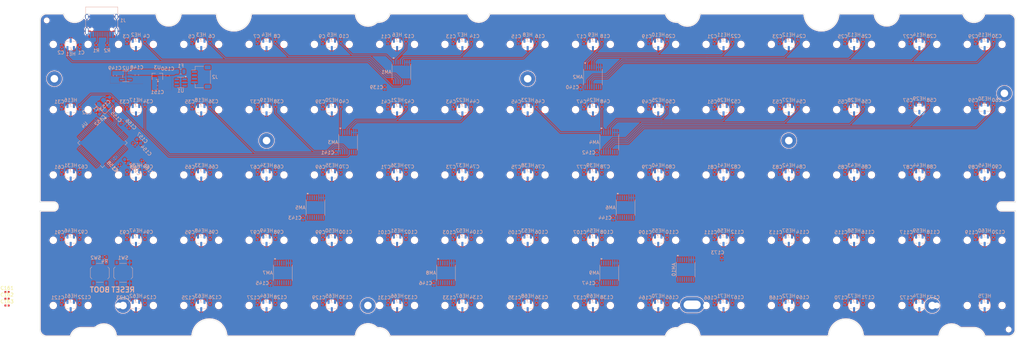
<source format=kicad_pcb>
(kicad_pcb (version 20241229) (generator "pcbnew") (generator_version "9.0")
  (layers (0 "F.Cu" power) (2 "B.Cu" signal) (13 "F.Paste" user) (15 "B.Paste" user) (5 "F.SilkS" user "F.Silkscreen") (7 "B.SilkS" user "B.Silkscreen") (1 "F.Mask" user) (3 "B.Mask" user) (25 "Edge.Cuts" user))
  (net 0 "")
  (net 1 "GND")
  (net 2 "+3.3VA")
  (net 3 "HE1")
  (net 4 "MUX_SELECT_2")
  (net 5 "MUX_SELECT_0")
  (net 6 "MUX_OUT_1")
  (net 7 "MUX_SELECT_1")
  (net 8 "MUX_OUT_2")
  (net 9 "MUX_OUT_3")
  (net 10 "MUX_OUT_4")
  (net 11 "MUX_OUT_5")
  (net 12 "MUX_OUT_6")
  (net 13 "MUX_OUT_7")
  (net 14 "MUX_OUT_8")
  (net 15 "MUX_OUT_9")
  (net 16 "HE2")
  (net 17 "HE3")
  (net 18 "HE4")
  (net 19 "HE5")
  (net 20 "HE6")
  (net 21 "HE7")
  (net 22 "HE8")
  (net 23 "HE9")
  (net 24 "HE10")
  (net 25 "HE11")
  (net 26 "HE12")
  (net 27 "HE13")
  (net 28 "HE14")
  (net 29 "HE15")
  (net 30 "HE16")
  (net 31 "HE17")
  (net 32 "HE18")
  (net 33 "HE19")
  (net 34 "HE20")
  (net 35 "HE21")
  (net 36 "HE22")
  (net 37 "HE23")
  (net 38 "HE24")
  (net 39 "HE25")
  (net 40 "HE26")
  (net 41 "HE27")
  (net 42 "HE28")
  (net 43 "HE29")
  (net 44 "HE30")
  (net 45 "HE31")
  (net 46 "HE32")
  (net 47 "HE33")
  (net 48 "HE34")
  (net 49 "HE35")
  (net 50 "HE36")
  (net 51 "HE37")
  (net 52 "HE38")
  (net 53 "HE39")
  (net 54 "HE40")
  (net 55 "HE41")
  (net 56 "HE42")
  (net 57 "HE43")
  (net 58 "HE44")
  (net 59 "HE45")
  (net 60 "HE46")
  (net 61 "HE47")
  (net 62 "HE48")
  (net 63 "HE49")
  (net 64 "HE50")
  (net 65 "HE51")
  (net 66 "HE52")
  (net 67 "HE53")
  (net 68 "HE54")
  (net 69 "HE55")
  (net 70 "HE56")
  (net 71 "HE57")
  (net 72 "HE58")
  (net 73 "HE59")
  (net 74 "HE60")
  (net 75 "HE61")
  (net 76 "HE62")
  (net 77 "HE63")
  (net 78 "HE64")
  (net 79 "HE65")
  (net 80 "HE66")
  (net 81 "HE67")
  (net 82 "HE68")
  (net 83 "HE69")
  (net 84 "+5V")
  (net 85 "+3.3V")
  (net 86 "HEXT_IN")
  (net 87 "HEXT_OUT")
  (net 88 "NRST")
  (net 89 "VBUS")
  (net 91 "USB_PLUG_D-")
  (net 92 "USB_PLUG_D+")
  (net 93 "Net-(J1-CC1)")
  (net 95 "Net-(J1-CC2)")
  (net 100 "Net-(U4-OTGHS1_R)")
  (net 101 "BOOT0")
  (net 102 "USB_D+")
  (net 103 "USB_D-")
  (net 143 "MUX_OUT_10")
  (net 149 "HE70")
  (net 150 "HE71")
  (net 151 "HE72")
  (net 152 "HE73")
  (net 153 "HE74")
  (net 154 "HE75")
  (footprint "HE60:MX-1U" (layer "F.Cu") (at 161.4 9)
    (property "Reference" "MX9")
    (property "Value" "1U")
  )
  (footprint "HE60:MX-1U" (layer "F.Cu") (at 180.45 47.1)
    (property "Reference" "MX40")
    (property "Value" "1U")
  )
  (footprint "HE60:MX-1U" (layer "F.Cu") (at 180.45 28.05)
    (property "Reference" "MX25")
    (property "Value" "1U")
  )
  (footprint "HE60:MX-1U" (layer "F.Cu") (at 47.1 28.05)
    (property "Reference" "MX18")
    (property "Value" "1U")
  )
  (footprint "HE60:MX-1U" (layer "F.Cu") (at 104.25 85.2)
    (property "Reference" "MX66")
    (property "Value" "1U")
  )
  (footprint "HE60:MX-1U" (layer "F.Cu") (at 123.3 9)
    (property "Reference" "MX7")
    (property "Value" "1U")
  )
  (footprint "HE60:MX-1U" (layer "F.Cu") (at 85.2 85.2)
    (property "Reference" "MX65")
    (property "Value" "1U")
  )
  (footprint "HE60:MX-1U" (layer "F.Cu") (at 66.15 9)
    (property "Reference" "MX4")
    (property "Value" "1U")
  )
  (footprint "HE60:MX-1U" (layer "F.Cu") (at 9 47.1)
    (property "Reference" "MX31")
    (property "Value" "1U")
  )
  (footprint "HE60:MX-1U" (layer "F.Cu") (at 237.6 66.15)
    (property "Reference" "MX58")
    (property "Value" "1U")
  )
  (footprint "HE60:MX-1U" (layer "F.Cu") (at 237.6 47.1)
    (property "Reference" "MX43")
    (property "Value" "1U")
  )
  (footprint "HE60:ToolingHole" (layer "F.Cu") (at 282.7 92.2)
    (property "Reference" "TH2")
    (property "Value" "ToolingHole")
  )
  (footprint "HE60:MX-1U" (layer "F.Cu") (at 104.25 47.1)
    (property "Reference" "MX36")
    (property "Value" "1U")
  )
  (footprint "HE60:MX-1U" (layer "F.Cu") (at 85.2 47.1)
    (property "Reference" "MX35")
    (property "Value" "1U")
  )
  (footprint "HE60:MX-1U" (layer "F.Cu") (at 66.15 28.05)
    (property "Reference" "MX19")
    (property "Value" "1U")
  )
  (footprint "HE60:MX-1U" (layer "F.Cu") (at 180.45 85.2)
    (property "Reference" "MX70")
    (property "Value" "1U")
  )
  (footprint "HE60:MX-1U" (layer "F.Cu") (at 161.4 28.05)
    (property "Reference" "MX24")
    (property "Value" "1U")
  )
  (footprint "HE60:MX-1U" (layer "F.Cu") (at 180.45 66.15)
    (property "Reference" "MX55")
    (property "Value" "1U")
  )
  (footprint "HE60:MX-1U" (layer "F.Cu") (at 199.5 28.05)
    (property "Reference" "MX26")
    (property "Value" "1U")
  )
  (footprint "HE60:MX-1U" (layer "F.Cu") (at 123.3 28.05)
    (property "Reference" "MX22")
    (property "Value" "1U")
  )
  (footprint "HE60:MX-1U" (layer "F.Cu") (at 275.7 66.15)
    (property "Reference" "MX60")
    (property "Value" "1U")
  )
  (footprint "HE60:MX-1U" (layer "F.Cu") (at 275.7 47.1)
    (property "Reference" "MX45")
    (property "Value" "1U")
  )
  (footprint "HE60:MX-1U" (layer "F.Cu") (at 142.35 85.2)
    (property "Reference" "MX68")
    (property "Value" "1U")
  )
  (footprint "HE60:MX-1U" (layer "F.Cu") (at 123.3 47.1)
    (property "Reference" "MX37")
    (property "Value" "1U")
  )
  (footprint "HE60:MX-1U" (layer "F.Cu") (at 142.35 66.15)
    (property "Reference" "MX53")
    (property "Value" "1U")
  )
  (footprint "HE60:MX-1U" (layer "F.Cu") (at 161.4 66.15)
    (property "Reference" "MX54")
    (property "Value" "1U")
  )
  (footprint "HE60:ToolingHole" (layer "F.Cu") (at 2 2)
    (property "Reference" "TH1")
    (property "Value" "ToolingHole")
  )
  (footprint "HE60:MX-1U" (layer "F.Cu") (at 28.05 47.1)
    (property "Reference" "MX32")
    (property "Value" "1U")
  )
  (footprint "HE60:MX-1U" (layer "F.Cu") (at 199.5 9)
    (property "Reference" "MX11")
    (property "Value" "1U")
  )
  (footprint "HE60:MX-1U" (layer "F.Cu") (at 66.15 47.1)
    (property "Reference" "MX34")
    (property "Value" "1U")
  )
  (footprint "HE60:MX-1U" (layer "F.Cu") (at 161.4 47.1)
    (property "Reference" "MX39")
    (property "Value" "1U")
  )
  (footprint "HE60:MX-1U" (layer "F.Cu") (at 256.65 9)
    (property "Reference" "MX14")
    (property "Value" "1U")
  )
  (footprint "HE60:MX-1U" (layer "F.Cu") (at 28.05 28.05)
    (property "Reference" "MX17")
    (property "Value" "1U")
  )
  (footprint "HE60:MX-1U" (layer "F.Cu") (at 256.65 66.15)
    (property "Reference" "MX59")
    (property "Value" "1U")
  )
  (footprint "HE60:MX-1U" (layer "F.Cu") (at 237.6 9)
    (property "Reference" "MX13")
    (property "Value" "1U")
  )
  (footprint "HE60:MX-1U" (layer "F.Cu") (at 66.15 85.2)
    (property "Reference" "MX64")
    (property "Value" "1U")
  )
  (footprint "HE60:MX-1U" (layer "F.Cu") (at 275.7 85.2)
    (property "Reference" "MX75")
    (property "Value" "1U")
  )
  (footprint "HE60:MX-1U" (layer "F.Cu") (at 104.25 28.05)
    (property "Reference" "MX21")
    (property "Value" "1U")
  )
  (footprint "HE60:MX-1U" (layer "F.Cu") (at 9 66.15)
    (property "Reference" "MX46")
    (property "Value" "1U")
  )
  (footprint "HE60:MX-1U" (layer "F.Cu") (at 9 28.05)
    (property "Reference" "MX16")
    (property "Value" "1U")
  )
  (footprint "HE60:MX-1U" (layer "F.Cu") (at 218.55 85.2)
    (property "Reference" "MX72")
    (property "Value" "1U")
  )
  (footprint "HE60:MX-1U" (layer "F.Cu") (at 275.7 9)
    (property "Reference" "MX15")
    (property "Value" "1U")
  )
  (footprint "Capacitor_SMD:C_0402_1005Metric" (layer "F.Cu") (at -9.57 81.26)
    (property "Reference" "C161")
    (property "Value" "100n")
  )
  (footprint "HE60:MX-1U" (layer "F.Cu") (at 85.2 9)
    (property "Reference" "MX5")
    (property "Value" "1U")
  )
  (footprint "HE60:MX-1U" (layer "F.Cu") (at 256.65 47.1)
    (property "Reference" "MX44")
    (property "Value" "1U")
  )
  (footprint "HE60:MX-1U" (layer "F.Cu") (at 9 85.2)
    (property "Reference" "MX61")
    (property "Value" "1U")
  )
  (footprint "HE60:MX-1U" (layer "F.Cu") (at 142.35 47.1)
    (property "Reference" "MX38")
    (property "Value" "1U")
  )
  (footprint "HE60:MX-1U" (layer "F.Cu") (at 47.1 9)
    (property "Reference" "MX3")
    (property "Value" "1U")
  )
  (footprint "HE60:MX-1U" (layer "F.Cu") (at 123.3 85.2)
    (property "Reference" "MX67")
    (property "Value" "1U")
  )
  (footprint "HE60:MX-1U" (layer "F.Cu") (at 256.65 28.05)
    (property "Reference" "MX29")
    (property "Value" "1U")
  )
  (footprint "HE60:MX-1U" (layer "F.Cu") (at 218.55 9)
    (property "Reference" "MX12")
    (property "Value" "1U")
  )
  (footprint "HE60:MX-1U" (layer "F.Cu") (at 123.3 66.15)
    (property "Reference" "MX52")
    (property "Value" "1U")
  )
  (footprint "HE60:MX-1U" (layer "F.Cu") (at 47.1 66.15)
    (property "Reference" "MX48")
    (property "Value" "1U")
  )
  (footprint "HE60:H60" (layer "F.Cu") (at 0 0)
    (property "Reference" "PCB1")
    (property "Value" "H60")
    (fp_line (start 0 2) (end 0 55.05) (stroke (width 0.1)) (layer "Edge.Cuts"))
    (fp_line (start 0 55.05) (end 4 55.05) (stroke (width 0.1)) (layer "Edge.Cuts"))
    (fp_line (start 0 57.55) (end 0 92.2) (stroke (width 0.1)) (layer "Edge.Cuts"))
    (fp_line (start 2 0) (end 7 0) (stroke (width 0.1)) (layer "Edge.Cuts"))
    (fp_line (start 2 94.2) (end 9 94.2) (stroke (width 0.1)) (layer "Edge.Cuts"))
    (fp_line (start 4 57.55) (end 0 57.55) (stroke (width 0.1)) (layer "Edge.Cuts"))
    (fp_line (start 12.15 91.7) (end 15.72 91.7) (stroke (width 0.1)) (layer "Edge.Cuts"))
    (fp_line (start 13.3 0) (end 33.505 0) (stroke (width 0.1)) (layer "Edge.Cuts"))
    (fp_line (start 41.645 0) (end 51.095 0) (stroke (width 0.1)) (layer "Edge.Cuts"))
    (fp_line (start 43.95125 94.2) (end 22.74625 94.2) (stroke (width 0.1)) (layer "Edge.Cuts"))
    (fp_line (start 62.155 0) (end 91.655 0) (stroke (width 0.1)) (layer "Edge.Cuts"))
    (fp_line (start 91.655 94.2) (end 55.0112 94.2) (stroke (width 0.1)) (layer "Edge.Cuts"))
    (fp_line (start 98.72 2.45) (end 98.95 2.45) (stroke (width 0.1)) (layer "Edge.Cuts"))
    (fp_line (start 98.72 91.75) (end 98.95 91.75) (stroke (width 0.1)) (layer "Edge.Cuts"))
    (fp_line (start 102.1 0) (end 124.912 0) (stroke (width 0.1)) (layer "Edge.Cuts"))
    (fp_line (start 102.1 94.2) (end 182.6 94.2) (stroke (width 0.1)) (layer "Edge.Cuts"))
    (fp_line (start 131.212 0) (end 182.6 0) (stroke (width 0.1)) (layer "Edge.Cuts"))
    (fp_line (start 185.98 2.45) (end 185.75 2.45) (stroke (width 0.1)) (layer "Edge.Cuts"))
    (fp_line (start 185.98 91.75) (end 185.75 91.75) (stroke (width 0.1)) (layer "Edge.Cuts"))
    (fp_line (start 193.045 0) (end 222.545 0) (stroke (width 0.1)) (layer "Edge.Cuts"))
    (fp_line (start 193.045 94.2) (end 229.6888 94.2) (stroke (width 0.1)) (layer "Edge.Cuts"))
    (fp_line (start 233.605 0) (end 243.055 0) (stroke (width 0.1)) (layer "Edge.Cuts"))
    (fp_line (start 240.74875 94.2) (end 261.95375 94.2) (stroke (width 0.1)) (layer "Edge.Cuts"))
    (fp_line (start 251.195 0) (end 269.4 0) (stroke (width 0.1)) (layer "Edge.Cuts"))
    (fp_line (start 272.55 91.7) (end 268.98 91.7) (stroke (width 0.1)) (layer "Edge.Cuts"))
    (fp_line (start 282.7 0) (end 275.7 0) (stroke (width 0.1)) (layer "Edge.Cuts"))
    (fp_line (start 282.7 94.2) (end 275.7 94.2) (stroke (width 0.1)) (layer "Edge.Cuts"))
    (fp_line (start 284.7 2) (end 284.7 55.05) (stroke (width 0.1)) (layer "Edge.Cuts"))
    (fp_line (start 284.7 55.05) (end 280.7 55.05) (stroke (width 0.1)) (layer "Edge.Cuts"))
    (fp_line (start 284.7 57.55) (end 280.7 57.55) (stroke (width 0.1)) (layer "Edge.Cuts"))
    (fp_line (start 284.7 57.55) (end 284.7 92.2) (stroke (width 0.1)) (layer "Edge.Cuts"))
    (fp_arc (start 0 2) (mid 0.585786 0.585786) (end 2 0) (stroke (width 0.1)) (layer "Edge.Cuts"))
    (fp_arc (start 2 94.2) (mid 0.585786 93.614214) (end 0 92.2) (stroke (width 0.1)) (layer "Edge.Cuts"))
    (fp_arc (start 4 55.05) (mid 5.25 56.3) (end 4 57.55) (stroke (width 0.1)) (layer "Edge.Cuts"))
    (fp_arc (start 9 94.2) (mid 10.142021 92.398753) (end 12.15 91.7) (stroke (width 0.1)) (layer "Edge.Cuts"))
    (fp_arc (start 13.3 0) (mid 10.15 2.5) (end 7 0) (stroke (width 0.1)) (layer "Edge.Cuts"))
    (fp_arc (start 16.337395 91.528992) (mid 16.04032 91.656458) (end 15.72 91.7) (stroke (width 0.1)) (layer "Edge.Cuts"))
    (fp_arc (start 16.337395 91.528992) (mid 19.875512 90.855125) (end 22.17625 93.63) (stroke (width 0.1)) (layer "Edge.Cuts"))
    (fp_arc (start 22.74625 94.2) (mid 22.343199 94.033051) (end 22.17625 93.63) (stroke (width 0.1)) (layer "Edge.Cuts"))
    (fp_arc (start 33.505 0) (mid 33.908051 0.166949) (end 34.075 0.57) (stroke (width 0.1)) (layer "Edge.Cuts"))
    (fp_arc (start 41.075 0.57) (mid 37.575 3.56) (end 34.075 0.57) (stroke (width 0.1)) (layer "Edge.Cuts"))
    (fp_arc (start 41.075 0.57) (mid 41.241949 0.166949) (end 41.645 0) (stroke (width 0.1)) (layer "Edge.Cuts"))
    (fp_arc (start 44.52125 93.63) (mid 44.354301 94.033051) (end 43.95125 94.2) (stroke (width 0.1)) (layer "Edge.Cuts"))
    (fp_arc (start 44.52125 93.63) (mid 49.48125 89.2) (end 54.44125 93.63) (stroke (width 0.1)) (layer "Edge.Cuts"))
    (fp_arc (start 51.095 0) (mid 51.498051 0.166949) (end 51.665 0.57) (stroke (width 0.1)) (layer "Edge.Cuts"))
    (fp_arc (start 55.01125 94.2) (mid 54.608199 94.033051) (end 54.44125 93.63) (stroke (width 0.1)) (layer "Edge.Cuts"))
    (fp_arc (start 61.585 0.57) (mid 56.625 5) (end 51.665 0.57) (stroke (width 0.1)) (layer "Edge.Cuts"))
    (fp_arc (start 61.585 0.57) (mid 61.751949 0.166949) (end 62.155 0) (stroke (width 0.1)) (layer "Edge.Cuts"))
    (fp_arc (start 91.655 0) (mid 92.058051 0.166949) (end 92.225 0.57) (stroke (width 0.1)) (layer "Edge.Cuts"))
    (fp_arc (start 92.225 93.63) (mid 92.058051 94.033051) (end 91.655 94.2) (stroke (width 0.1)) (layer "Edge.Cuts"))
    (fp_arc (start 92.225 93.63) (mid 94.613658 90.785327) (end 98.24 91.59) (stroke (width 0.1)) (layer "Edge.Cuts"))
    (fp_arc (start 98.24 2.61) (mid 94.625406 3.418634) (end 92.225 0.57) (stroke (width 0.1)) (layer "Edge.Cuts"))
    (fp_arc (start 98.24 2.61) (mid 98.467018 2.491053) (end 98.72 2.45) (stroke (width 0.1)) (layer "Edge.Cuts"))
    (fp_arc (start 98.72 91.75) (mid 98.467018 91.708947) (end 98.24 91.59) (stroke (width 0.1)) (layer "Edge.Cuts"))
    (fp_arc (start 98.95 91.75) (mid 100.945307 92.434605) (end 102.1 94.2) (stroke (width 0.1)) (layer "Edge.Cuts"))
    (fp_arc (start 102.1 0) (mid 100.939705 1.769742) (end 98.95 2.45) (stroke (width 0.1)) (layer "Edge.Cuts"))
    (fp_arc (start 131.212 0) (mid 128.062 2.45) (end 124.912 0) (stroke (width 0.1)) (layer "Edge.Cuts"))
    (fp_arc (start 182.6 94.2) (mid 183.754693 92.434605) (end 185.75 91.75) (stroke (width 0.1)) (layer "Edge.Cuts"))
    (fp_arc (start 185.75 2.45) (mid 183.754693 1.765395) (end 182.6 0) (stroke (width 0.1)) (layer "Edge.Cuts"))
    (fp_arc (start 185.98 2.45) (mid 186.232982 2.491053) (end 186.46 2.61) (stroke (width 0.1)) (layer "Edge.Cuts"))
    (fp_arc (start 186.46 91.59) (mid 186.232982 91.708947) (end 185.98 91.75) (stroke (width 0.1)) (layer "Edge.Cuts"))
    (fp_arc (start 186.46 91.59) (mid 190.086342 90.785327) (end 192.475 93.63) (stroke (width 0.1)) (layer "Edge.Cuts"))
    (fp_arc (start 192.475 0.57) (mid 190.086342 3.414673) (end 186.46 2.61) (stroke (width 0.1)) (layer "Edge.Cuts"))
    (fp_arc (start 192.475 0.57) (mid 192.641949 0.166949) (end 193.045 0) (stroke (width 0.1)) (layer "Edge.Cuts"))
    (fp_arc (start 193.045 94.2) (mid 192.641949 94.033051) (end 192.475 93.63) (stroke (width 0.1)) (layer "Edge.Cuts"))
    (fp_arc (start 222.545 0) (mid 222.948051 0.166949) (end 223.115 0.57) (stroke (width 0.1)) (layer "Edge.Cuts"))
    (fp_arc (start 230.25875 93.63) (mid 230.091801 94.033051) (end 229.68875 94.2) (stroke (width 0.1)) (layer "Edge.Cuts"))
    (fp_arc (start 230.25875 93.63) (mid 235.21875 89.2) (end 240.17875 93.63) (stroke (width 0.1)) (layer "Edge.Cuts"))
    (fp_arc (start 233.035 0.57) (mid 228.075 5) (end 223.115 0.57) (stroke (width 0.1)) (layer "Edge.Cuts"))
    (fp_arc (start 233.035 0.57) (mid 233.201949 0.166949) (end 233.605 0) (stroke (width 0.1)) (layer "Edge.Cuts"))
    (fp_arc (start 240.74875 94.2) (mid 240.345699 94.033051) (end 240.17875 93.63) (stroke (width 0.1)) (layer "Edge.Cuts"))
    (fp_arc (start 243.055 0) (mid 243.458051 0.166949) (end 243.625 0.57) (stroke (width 0.1)) (layer "Edge.Cuts"))
    (fp_arc (start 250.625 0.57) (mid 247.125 3.56) (end 243.625 0.57) (stroke (width 0.1)) (layer "Edge.Cuts"))
    (fp_arc (start 250.625 0.57) (mid 250.791949 0.166949) (end 251.195 0) (stroke (width 0.1)) (layer "Edge.Cuts"))
    (fp_arc (start 262.52375 93.63) (mid 262.356801 94.033051) (end 261.95375 94.2) (stroke (width 0.1)) (layer "Edge.Cuts"))
    (fp_arc (start 262.52375 93.63) (mid 264.822899 90.855697) (end 268.362605 91.528992) (stroke (width 0.1)) (layer "Edge.Cuts"))
    (fp_arc (start 268.98 91.7) (mid 268.65968 91.656458) (end 268.362605 91.528992) (stroke (width 0.1)) (layer "Edge.Cuts"))
    (fp_arc (start 272.55 91.7) (mid 274.560753 92.400952) (end 275.7 94.2) (stroke (width 0.1)) (layer "Edge.Cuts"))
    (fp_arc (start 275.7 0) (mid 272.55 2.5) (end 269.4 0) (stroke (width 0.1)) (layer "Edge.Cuts"))
    (fp_arc (start 280.7 57.55) (mid 279.45 56.3) (end 280.7 55.05) (stroke (width 0.1)) (layer "Edge.Cuts"))
    (fp_arc (start 282.7 0) (mid 284.114214 0.585786) (end 284.7 2) (stroke (width 0.1)) (layer "Edge.Cuts"))
    (fp_arc (start 284.7 92.2) (mid 284.114214 93.614214) (end 282.7 94.2) (stroke (width 0.1)) (layer "Edge.Cuts"))
  )
  (footprint "HE60:MX-1U" (layer "F.Cu") (at 256.65 85.2)
    (property "Reference" "MX74")
    (property "Value" "1U")
  )
  (footprint "HE60:MX-1U" (layer "F.Cu") (at 47.1 85.2)
    (property "Reference" "MX63")
    (property "Value" "1U")
  )
  (footprint "HE60:MX-1U" (layer "F.Cu") (at 218.55 28.05)
    (property "Reference" "MX27")
    (property "Value" "1U")
  )
  (footprint "HE60:MX-1U" (layer "F.Cu") (at 142.35 28.05)
    (property "Reference" "MX23")
    (property "Value" "1U")
  )
  (footprint "HE60:MX-1U" (layer "F.Cu") (at 28.05 66.15)
    (property "Reference" "MX47")
    (property "Value" "1U")
  )
  (footprint "HE60:MX-1U" (layer "F.Cu") (at 104.25 9)
    (property "Reference" "MX6")
    (property "Value" "1U")
  )
  (footprint "HE60:MX-1U" (layer "F.Cu") (at 104.25 66.15)
    (property "Reference" "MX51")
    (property "Value" "1U")
  )
  (footprint "HE60:MX-1U" (layer "F.Cu") (at 85.2 66.15)
    (property "Reference" "MX50")
    (property "Value" "1U")
  )
  (footprint "HE60:MX-1U" (layer "F.Cu") (at 142.35 9)
    (property "Reference" "MX8")
    (property "Value" "1U")
  )
  (footprint "HE60:MX-1U" (layer "F.Cu") (at 199.5 66.15)
    (property "Reference" "MX56")
    (property "Value" "1U")
  )
  (footprint "HE60:MX-1U" (layer "F.Cu") (at 218.55 66.15)
    (property "Reference" "MX57")
    (property "Value" "1U")
  )
  (footprint "HE60:MX-1U" (layer "F.Cu") (at 9 9)
    (property "Reference" "MX1")
    (property "Value" "1U")
  )
  (footprint "HE60:MX-1U" (layer "F.Cu") (at 47.1 47.1)
    (property "Reference" "MX33")
    (property "Value" "1U")
  )
  (footprint "HE60:MX-1U" (layer "F.Cu") (at 237.6 28.05)
    (property "Reference" "MX28")
    (property "Value" "1U")
  )
  (footprint "HE60:MX-1U" (layer "F.Cu") (at 237.6 85.2)
    (property "Reference" "MX73")
    (property "Value" "1U")
  )
  (footprint "HE60:MX-1U" (layer "F.Cu") (at 28.05 9)
    (property "Reference" "MX2")
    (property "Value" "1U")
  )
  (footprint "Capacitor_SMD:C_0402_1005Metric" (layer "F.Cu") (at -9.57 85.2)
    (property "Reference" "C163")
    (property "Value" "4.7n")
  )
  (footprint "HE60:MX-1U" (layer "F.Cu") (at 85.2 28.05)
    (property "Reference" "MX20")
    (property "Value" "1U")
  )
  (footprint "HE60:MX-1U" (layer "F.Cu") (at 199.5 47.1)
    (property "Reference" "MX41")
    (property "Value" "1U")
  )
  (footprint "HE60:MX-1U" (layer "F.Cu") (at 218.55 47.1)
    (property "Reference" "MX42")
    (property "Value" "1U")
  )
  (footprint "HE60:MX-1U" (layer "F.Cu") (at 199.5 85.2)
    (property "Reference" "MX71")
    (property "Value" "1U")
  )
  (footprint "Capacitor_SMD:C_0402_1005Metric" (layer "F.Cu") (at -9.57 83.23)
    (property "Reference" "C162")
    (property "Value" "100n")
  )
  (footprint "HE60:MX-1U" (layer "F.Cu") (at 180.45 9)
    (property "Reference" "MX10")
    (property "Value" "1U")
  )
  (footprint "HE60:MX-1U" (layer "F.Cu") (at 28.05 85.2)
    (property "Reference" "MX62")
    (property "Value" "1U")
  )
  (footprint "HE60:MX-1U" (layer "F.Cu") (at 161.4 85.2)
    (property "Reference" "MX69")
    (property "Value" "1U")
  )
  (footprint "HE60:MX-1U" (layer "F.Cu") (at 66.15 66.15)
    (property "Reference" "MX49")
    (property "Value" "1U")
  )
  (footprint "HE60:MX-1U" (layer "F.Cu") (at 275.7 28.05)
    (property "Reference" "MX30")
    (property "Value" "1U")
  )
  (footprint "Package_TO_SOT_SMD:SOT-23-3" (layer "B.Cu") (at 28.05 66.15 -90)
    (property "Reference" "HE47")
    (property "Value" "MT9102ET")
  )
  (footprint "Capacitor_SMD:C_0402_1005Metric" (layer "B.Cu") (at 27.456589 38.124589 -45)
    (property "Reference" "C154")
    (property "Value" "100n")
  )
  (footprint "Capacitor_SMD:C_0402_1005Metric" (layer "B.Cu") (at 162.5625 78.675 -90)
    (property "Reference" "C147")
    (property "Value" "100n")
  )
  (footprint "Package_TO_SOT_SMD:SOT-23-3" (layer "B.Cu") (at 237.6 47.1 -90)
    (property "Reference" "HE43")
    (property "Value" "MT9102ET")
  )
  (footprint "Capacitor_SMD:C_0402_1005Metric" (layer "B.Cu") (at 240.2 65.35 90)
    (property "Reference" "C116")
    (property "Value" "4.7n")
  )
  (footprint "Capacitor_SMD:C_0402_1005Metric" (layer "B.Cu") (at 158.8 46.3 -90)
    (property "Reference" "C77")
    (property "Value" "100n")
  )
  (footprint "Capacitor_SMD:C_0402_1005Metric" (layer "B.Cu") (at 30.65 46.3 90)
    (property "Reference" "C64")
    (property "Value" "4.7n")
  )
  (footprint "Capacitor_SMD:C_0402_1005Metric" (layer "B.Cu") (at 259.25 8.2 90)
    (property "Reference" "C28")
    (property "Value" "4.7n")
  )
  (footprint "Capacitor_SMD:C_0402_1005Metric" (layer "B.Cu") (at 139.75 46.3 -90)
    (property "Reference" "C75")
    (property "Value" "100n")
  )
  (footprint "Package_TO_SOT_SMD:SOT-23-6" (layer "B.Cu") (at 41.1 20.125 180)
    (property "Reference" "U1")
    (property "Value" "USBLC6-2SC6")
  )
  (footprint "Package_TO_SOT_SMD:SOT-23-3" (layer "B.Cu") (at 104.25 66.15 -90)
    (property "Reference" "HE51")
    (property "Value" "MT9102ET")
  )
  (footprint "Package_TO_SOT_SMD:SOT-23-3" (layer "B.Cu") (at 66.15 85.2 -90)
    (property "Reference" "HE64")
    (property "Value" "MT9102ET")
  )
  (footprint "Package_TO_SOT_SMD:SOT-23-3" (layer "B.Cu") (at 199.5 66.15 -90)
    (property "Reference" "HE56")
    (property "Value" "MT9102ET")
  )
  (footprint "Package_TO_SOT_SMD:SOT-23-3" (layer "B.Cu") (at 237.6 28.05 -90)
    (property "Reference" "HE28")
    (property "Value" "MT9102ET")
  )
  (footprint "Package_TO_SOT_SMD:SOT-23-3" (layer "B.Cu") (at 66.15 28.05 -90)
    (property "Reference" "HE19")
    (property "Value" "MT9102ET")
  )
  (footprint "Capacitor_SMD:C_0402_1005Metric" (layer "B.Cu") (at 235 8.2 -90)
    (property "Reference" "C25")
    (property "Value" "100n")
  )
  (footprint "Package_TO_SOT_SMD:SOT-23-3" (layer "B.Cu") (at 256.65 47.1 -90)
    (property "Reference" "HE44")
    (property "Value" "MT9102ET")
  )
  (footprint "Package_TO_SOT_SMD:SOT-23-3" (layer "B.Cu") (at 123.3 85.2 -90)
    (property "Reference" "HE67")
    (property "Value" "MT9102ET")
  )
  (footprint "Capacitor_SMD:C_0402_1005Metric" (layer "B.Cu") (at 101.65 8.2 -90)
    (property "Reference" "C11")
    (property "Value" "100n")
  )
  (footprint "Capacitor_SMD:C_0402_1005Metric" (layer "B.Cu") (at 101.65 65.35 -90)
    (property "Reference" "C101")
    (property "Value" "100n")
  )
  (footprint "Package_TO_SOT_SMD:SOT-23-3" (layer "B.Cu") (at 237.6 9 -90)
    (property "Reference" "HE13")
    (property "Value" "MT9102ET")
  )
  (footprint "Capacitor_SMD:C_0402_1005Metric" (layer "B.Cu") (at 49.7 46.3 90)
    (property "Reference" "C66")
    (property "Value" "4.7n")
  )
  (footprint "Package_TO_SOT_SMD:SOT-23-3" (layer "B.Cu") (at 123.3 28.05 -90)
    (property "Reference" "HE22")
    (property "Value" "MT9102ET")
  )
  (footprint "Capacitor_SMD:C_0402_1005Metric" (layer "B.Cu") (at 30.65 84.4 90)
    (property "Reference" "C124")
    (property "Value" "4.7n")
  )
  (footprint "Capacitor_SMD:C_0402_1005Metric" (layer "B.Cu") (at 215.95 27.25 -90)
    (property "Reference" "C53")
    (property "Value" "100n")
  )
  (footprint "Capacitor_SMD:C_0402_1005Metric" (layer "B.Cu") (at 11.6 46.3 90)
    (property "Reference" "C62")
    (property "Value" "4.7n")
  )
  (footprint "Package_TO_SOT_SMD:SOT-23-3" (layer "B.Cu") (at 180.45 85.2 -90)
    (property "Reference" "HE70")
    (property "Value" "MT9102ET")
  )
  (footprint "Package_SO:TSSOP-16_4.4x5mm_P0.65mm" (layer "B.Cu") (at 105.509 17.0595 -90)
    (property "Reference" "AM1")
    (property "Value" "SN74LV4051A")
  )
  (footprint "Package_TO_SOT_SMD:SOT-23-3" (layer "B.Cu") (at 237.6 66.15 -90)
    (property "Reference" "HE58")
    (property "Value" "MT9102ET")
  )
  (footprint "Resistor_SMD:R_0402_1005Metric" (layer "B.Cu") (at 16.45 9.2 -90)
    (property "Reference" "R1")
    (property "Value" "5.1k")
  )
  (footprint "Package_TO_SOT_SMD:SOT-23-3" (layer "B.Cu") (at 104.25 47.1 -90)
    (property "Reference" "HE36")
    (property "Value" "MT9102ET")
  )
  (footprint "Capacitor_SMD:C_0603_1608Metric" (layer "B.Cu") (at 34.3 21.525)
    (property "Reference" "C151")
    (property "Value" "2.2u")
  )
  (footprint "Capacitor_SMD:C_0402_1005Metric" (layer "B.Cu") (at 215.95 8.2 -90)
    (property "Reference" "C23")
    (property "Value" "100n")
  )
  (footprint "Capacitor_SMD:C_0402_1005Metric" (layer "B.Cu") (at 82.6 46.3 -90)
    (property "Reference" "C69")
    (property "Value" "100n")
  )
  (footprint "Capacitor_SMD:C_0402_1005Metric" (layer "B.Cu") (at 240.2 8.2 90)
    (property "Reference" "C26")
    (property "Value" "4.7n")
  )
  (footprint "Capacitor_SMD:C_0402_1005Metric" (layer "B.Cu") (at 120.7 46.3 -90)
    (property "Reference" "C73")
    (property "Value" "100n")
  )
  (footprint "Capacitor_SMD:C_0402_1005Metric" (layer "B.Cu") (at 100.65 21.525 -90)
    (property "Reference" "C139")
    (property "Value" "100n")
  )
  (footprint "Capacitor_SMD:C_0402_1005Metric" (layer "B.Cu") (at 144.95 84.4 90)
    (property "Reference" "C136")
    (property "Value" "4.7n")
  )
  (footprint "Capacitor_SMD:C_0402_1005Metric" (layer "B.Cu") (at 254.05 84.4 -90)
    (property "Reference" "C172")
    (property "Value" "100n")
  )
  (footprint "Capacitor_SMD:C_0402_1005Metric" (layer "B.Cu") (at 139.75 65.35 -90)
    (property "Reference" "C105")
    (property "Value" "100n")
  )
  (footprint "Package_TO_SOT_SMD:SOT-23-3" (layer "B.Cu") (at 85.2 66.15 -90)
    (property "Reference" "HE50")
    (property "Value" "MT9102ET")
  )
  (footprint "Capacitor_SMD:C_0402_1005Metric" (layer "B.Cu") (at 202.1 46.3 90)
    (property "Reference" "C82")
    (property "Value" "4.7n")
  )
  (footprint "Capacitor_SMD:C_0402_1005Metric" (layer "B.Cu") (at 273.1 46.3 -90)
    (property "Reference" "C89")
    (property "Value" "100n")
  )
  (footprint "Capacitor_SMD:C_0402_1005Metric" (layer "B.Cu") (at 278.3 26.848901 90)
    (property "Reference" "C60")
    (property "Value" "4.7n")
  )
  (footprint "Package_TO_SOT_SMD:SOT-23-3" (layer "B.Cu") (at 28.05 85.2 -90)
    (property "Reference" "HE62")
    (property "Value" "MT9102ET")
  )
  (footprint "Package_TO_SOT_SMD:SOT-23-3" (layer "B.Cu") (at 142.35 85.2 -90)
    (property "Reference" "HE68")
    (property "Value" "MT9102ET")
  )
  (footprint "Capacitor_SMD:C_0402_1005Metric" (layer "B.Cu") (at 158.8 84.4 -90)
    (property "Reference" "C137")
    (property "Value" "100n")
  )
  (footprint "Capacitor_SMD:C_0402_1005Metric" (layer "B.Cu") (at 23.986 31.86 45)
    (property "Reference" "C155")
    (property "Value" "100n")
  )
  (footprint "Package_TO_SOT_SMD:SOT-23-3" (layer "B.Cu") (at 218.55 47.1 -90)
    (property "Reference" "HE42")
    (property "Value" "MT9102ET")
  )
  (footprint "Resistor_SMD:R_0402_1005Metric" (layer "B.Cu") (at 23.224 44.306 45)
    (property "Reference" "R3")
    (property "Value" "12k")
  )
  (footprint "Package_TO_SOT_SMD:SOT-23-3" (layer "B.Cu") (at 47.1 85.2 -90)
    (property "Reference" "HE63")
    (property "Value" "MT9102ET")
  )
  (footprint "Capacitor_SMD:C_0402_1005Metric" (layer "B.Cu") (at 221.15 65.35 90)
    (property "Reference" "C114")
    (property "Value" "4.7n")
  )
  (footprint "Capacitor_SMD:C_0402_1005Metric" (layer "B.Cu") (at 25.45 65.35 -90)
    (property "Reference" "C93")
    (property "Value" "100n")
  )
  (footprint "Capacitor_SMD:C_0402_1005Metric" (layer "B.Cu") (at 202.1 27.25 90)
    (property "Reference" "C52")
    (property "Value" "4.7n")
  )
  (footprint "Capacitor_SMD:C_0402_1005Metric" (layer "B.Cu") (at 63.55 27.25 -90)
    (property "Reference" "C37")
    (property "Value" "100n")
  )
  (footprint "Capacitor_SMD:C_0402_1005Metric" (layer "B.Cu") (at 49.7 84.4 90)
    (property "Reference" "C126")
    (property "Value" "4.7n")
  )
  (footprint "Capacitor_SMD:C_0603_1608Metric" (layer "B.Cu") (at 28.870803 37.276061 -45)
    (property "Reference" "C157")
    (property "Value" "10u")
  )
  (footprint "Capacitor_SMD:C_0402_1005Metric" (layer "B.Cu") (at 183.05 8.2 90)
    (property "Reference" "C20")
    (property "Value" "4.7n")
  )
  (footprint "Capacitor_SMD:C_0402_1005Metric" (layer "B.Cu") (at 254.05 26.848901 -90)
    (property "Reference" "C57")
    (property "Value" "100n")
  )
  (footprint "Package_TO_SOT_SMD:SOT-23-3" (layer "B.Cu") (at 142.35 9 -90)
    (property "Reference" "HE8")
    (property "Value" "MT9102ET")
  )
  (footprint "Capacitor_SMD:C_0402_1005Metric" (layer "B.Cu") (at 68.75 84.4 90)
    (property "Reference" "C128")
    (property "Value" "4.7n")
  )
  (footprint "Capacitor_SMD:C_0402_1005Metric" (layer "B.Cu") (at 183.05 84.4 90)
    (property "Reference" "C165")
    (property "Value" "4.7n")
  )
  (footprint "Package_QFP:LQFP-64_10x10mm_P0.5mm" (layer "B.Cu") (at 18.282625 37.738287 -135)
    (property "Reference" "U4")
    (property "Value" "AT32F405RCT7")
  )
  (footprint "Package_TO_SOT_SMD:SOT-23-3" (layer "B.Cu") (at 275.7 85.2 -90)
    (property "Reference" "HE75")
    (property "Value" "MT9102ET")
  )
  (footprint "Capacitor_SMD:C_0402_1005Metric" (layer "B.Cu") (at 144.95 27.25 90)
    (property "Reference" "C46")
    (property "Value" "4.7n")
  )
  (footprint "Capacitor_SMD:C_0402_1005Metric" (layer "B.Cu") (at 68.75 65.35 90)
    (property "Reference" "C98")
    (property "Value" "4.7n")
  )
  (footprint "Capacitor_SMD:C_0402_1005Metric" (layer "B.Cu") (at 25.764 33.13 135)
    (property "Reference" "C156")
    (property "Value" "100n")
  )
  (footprint "Capacitor_SMD:C_0402_1005Metric" (layer "B.Cu") (at 235 46.3 -90)
    (property "Reference" "C85")
    (property "Value" "100n")
  )
  (footprint "Capacitor_SMD:C_0603_1608Metric" (layer "B.Cu") (at 20.897992 24.961992 -45)
    (property "Reference" "C153")
    (property "Value" "30p")
  )
  (footprint "Package_TO_SOT_SMD:SOT-23-3" (layer "B.Cu") (at 275.7 47.1 -90)
    (property "Reference" "HE45")
    (property "Value" "MT9102ET")
  )
  (footprint "Capacitor_SMD:C_0402_1005Metric" (layer "B.Cu") (at 49.7 65.35 90)
    (property "Reference" "C96")
    (property "Value" "4.7n")
  )
  (footprint "Package_TO_SOT_SMD:SOT-23-3" (layer "B.Cu") (at 218.55 85.2 -90)
    (property "Reference" "HE72")
    (property "Value" "MT9102ET")
  )
  (footprint "Package_TO_SOT_SMD:SOT-23-3" (layer "B.Cu") (at 256.65 9 -90)
    (property "Reference" "HE14")
    (property "Value" "MT9102ET")
  )
  (footprint "Capacitor_SMD:C_0402_1005Metric" (layer "B.Cu") (at 106.85 27.25 90)
    (property "Reference" "C42")
    (property "Value" "4.7n")
  )
  (footprint "Package_TO_SOT_SMD:SOT-23-3" (layer "B.Cu") (at 199.5 28.05 -90)
    (property "Reference" "HE26")
    (property "Value" "MT9102ET")
  )
  (footprint "Capacitor_SMD:C_0402_1005Metric" (layer "B.Cu") (at 158.8 27.25 -90)
    (property "Reference" "C47")
    (property "Value" "100n")
  )
  (footprint "Button_Switch_SMD:SW_Push_1P1T_XKB_TS-1187A" (layer "B.Cu") (at 24.30625 75.675 -90)
    (property "Reference" "SW1")
    (property "Value" "TS-1187A-B-A-B")
  )
  (footprint "Package_TO_SOT_SMD:SOT-23-3" (layer "B.Cu") (at 161.4 9 -90)
    (property "Reference" "HE9")
    (property "Value" "MT9102ET")
  )
  (footprint "Button_Switch_SMD:SW_Push_1P1T_XKB_TS-1187A" (layer "B.Cu") (at 17.50625 75.675 90)
    (property "Reference" "SW2")
    (property "Value" "TS-1187A-B-A-B")
  )
  (footprint "Package_TO_SOT_SMD:SOT-23-3" (layer "B.Cu") (at 275.7 27.648901 -90)
    (property "Reference" "HE30")
    (property "Value" "MT9102ET")
  )
  (footprint "Capacitor_SMD:C_0402_1005Metric" (layer "B.Cu") (at 63.55 8.2 -90)
    (property "Reference" "C7")
    (property "Value" "100n")
  )
  (footprint "Package_TO_SOT_SMD:SOT-23-3" (layer "B.Cu") (at 142.35 47.1 -90)
    (property "Reference" "HE38")
    (property "Value" "MT9102ET")
  )
  (footprint "Package_TO_SOT_SMD:SOT-23-3" (layer "B.Cu") (at 199.5 47.1 -90)
    (property "Reference" "HE41")
    (property "Value" "MT9102ET")
  )
  (footprint "Package_SO:TSSOP-16_4.4x5mm_P0.65mm" (layer "B.Cu") (at 70.9125 75.675 -90)
    (property "Reference" "AM7")
    (property "Value" "SN74LV4051A")
  )
  (footprint "Capacitor_SMD:C_0402_1005Metric" (layer "B.Cu") (at 76.8375 59.625 -90)
    (property "Reference" "C143")
    (property "Value" "100n")
  )
  (footprint "Capacitor_SMD:C_0402_1005Metric" (layer "B.Cu") (at 44.5 8.2 -90)
    (property "Reference" "C5")
    (property "Value" "100n")
  )
  (footprint "Package_TO_SOT_SMD:SOT-23-3" (layer "B.Cu") (at 161.4 85.2 -90)
    (property "Reference" "HE69")
    (property "Value" "MT9102ET")
  )
  (footprint "Capacitor_SMD:C_0402_1005Metric" (layer "B.Cu") (at 278.3 46.3 90)
    (property "Reference" "C90")
    (property "Value" "4.7n")
  )
  (footprint "Package_TO_SOT_SMD:SOT-23-3" (layer "B.Cu") (at 218.55 9 -90)
    (property "Reference" "HE12")
    (property "Value" "MT9102ET")
  )
  (footprint "Capacitor_SMD:C_0402_1005Metric" (layer "B.Cu") (at 164 8.2 90)
    (property "Reference" "C18")
    (property "Value" "4.7n")
  )
  (footprint "Capacitor_SMD:C_0402_1005Metric" (layer "B.Cu") (at 259.25 26.848901 90)
    (property "Reference" "C58")
    (property "Value" "4.7n")
  )
  (footprint "Package_TO_SOT_SMD:SOT-23-3" (layer "B.Cu") (at 9 47.1 -90)
    (property "Reference" "HE31")
    (property "Value" "MT9102ET")
  )
  (footprint "Capacitor_SMD:C_0402_1005Metric" (layer "B.Cu") (at 221.15 84.4 90)
    (property "Reference" "C169")
    (property "Value" "4.7n")
  )
  (footprint "Capacitor_SMD:C_0402_1005Metric" (layer "B.Cu") (at 125.9 46.3 90)
    (property "Reference" "C74")
    (property "Value" "4.7n")
  )
  (footprint "Capacitor_SMD:C_0402_1005Metric" (layer "B.Cu") (at 139.75 27.25 -90)
    (property "Reference" "C45")
    (property "Value" "100n")
  )
  (footprint "Capacitor_SMD:C_0402_1005Metric" (layer "B.Cu") (at 177.85 84.4 -90)
    (property "Reference" "C164")
    (property "Value" "100n")
  )
  (footprint "Capacitor_SMD:C_0402_1005Metric" (layer "B.Cu") (at 101.65 27.25 -90)
    (property "Reference" "C41")
    (property "Value" "100n")
  )
  (footprint "Capacitor_SMD:C_0603_1608Metric" (layer "B.Cu") (at 28.3 17.925 -90)
    (property "Reference" "C148")
    (property "Value" "2.2u")
  )
  (footprint "Capacitor_SMD:C_0402_1005Metric" (layer "B.Cu") (at 215.95 84.4 -90)
    (property "Reference" "C168")
    (property "Value" "100n")
  )
  (footprint "Capacitor_SMD:C_0402_1005Metric" (layer "B.Cu") (at 106.85 46.3 90)
    (property "Reference" "C72")
    (property "Value" "4.7n")
  )
  (footprint "Capacitor_SMD:C_0603_1608Metric" (layer "B.Cu") (at 21.9 18.125 -90)
    (property "Reference" "C149")
    (property "Value" "2.2u")
  )
  (footprint "Package_TO_SOT_SMD:SOT-23-3" (layer "B.Cu") (at 9 9 90)
    (property "Reference" "HE1")
    (property "Value" "MT9102ET")
  )
  (footprint "Package_TO_SOT_SMD:SOT-23-3" (layer "B.Cu") (at 237.6 85.2 -90)
    (property "Reference" "HE73")
    (property "Value" "MT9102ET")
  )
  (footprint "Capacitor_SMD:C_0402_1005Metric" (layer "B.Cu") (at 278.3 8.2 90)
    (property "Reference" "C30")
    (property "Value" "4.7n")
  )
  (footprint "Capacitor_SMD:C_0402_1005Metric" (layer "B.Cu") (at 235 84.4 -90)
    (property "Reference" "C170")
    (property "Value" "100n")
  )
  (footprint "Capacitor_SMD:C_0402_1005Metric" (layer "B.Cu") (at 221.15 8.2 90)
    (property "Reference" "C24")
    (property "Value" "4.7n")
  )
  (footprint "Capacitor_SMD:C_0402_1005Metric" (layer "B.Cu") (at 82.6 27.25 -90)
    (property "Reference" "C39")
    (property "Value" "100n")
  )
  (footprint "Package_SO:TSSOP-16_4.4x5mm_P0.65mm" (layer "B.Cu") (at 89.9625 37.575 -90)
    (property "Reference" "AM3")
    (property "Value" "SN74LV4051A")
  )
  (footprint "Package_SO:TSSOP-16_4.4x5mm_P0.65mm" (layer "B.Cu") (at 166.1625 75.675 -90)
    (property "Reference" "AM9")
    (property "Value" "SN74LV4051A")
  )
  (footprint "Package_TO_SOT_SMD:SOT-23-3" (layer "B.Cu") (at 47.1 28.05 -90)
    (property "Reference" "HE18")
    (property "Value" "MT9102ET")
  )
  (footprint "Capacitor_SMD:C_0402_1005Metric" (layer "B.Cu") (at 139.75 84.4 -90)
    (property "Reference" "C135")
    (property "Value" "100n")
  )
  (footprint "Package_TO_SOT_SMD:SOT-23-3" (layer "B.Cu") (at 28.05 28.05 -90)
    (property "Reference" "HE17")
    (property "Value" "MT9102ET")
  )
  (footprint "Capacitor_SMD:C_0402_1005Metric" (layer "B.Cu") (at 63.55 65.35 -90)
    (property "Reference" "C97")
    (property "Value" "100n")
  )
  (footprint "Capacitor_SMD:C_0402_1005Metric" (layer "B.Cu") (at 196.9 8.2 -90)
    (property "Reference" "C21")
    (property "Value" "100n")
  )
  (footprint "Connector_USB:USB_C_Receptacle_HRO_TYPE-C-31-M-12" (layer "B.Cu") (at 18.05 2)
    (property "Reference" "J1")
    (property "Value" "TYPE-C-31-M-12")
  )
  (footprint "Package_TO_SOT_SMD:SOT-23-3" (layer "B.Cu") (at 256.65 27.648901 -90)
    (property "Reference" "HE29")
    (property "Value" "MT9102ET")
  )
  (footprint "Capacitor_SMD:C_0402_1005Metric" (layer "B.Cu") (at 198.992 71.258 -90)
    (property "Reference" "C173")
    (property "Value" "4.7n")
  )
  (footprint "Capacitor_SMD:C_0402_1005Metric" (layer "B.Cu") (at 68.75 46.3 90)
    (property "Reference" "C68")
    (property "Value" "4.7n")
  )
  (footprint "Capacitor_SMD:C_0402_1005Metric" (layer "B.Cu") (at 120.7 65.35 -90)
    (property "Reference" "C103")
    (property "Value" "100n")
  )
  (footprint "Capacitor_SMD:C_0402_1005Metric" (layer "B.Cu") (at 164 46.3 90)
    (property "Reference" "C78")
    (property "Value" "4.7n")
  )
  (footprint "Capacitor_SMD:C_0402_1005Metric" (layer "B.Cu") (at 196.9 84.4 -90)
    (property "Reference" "C166")
    (property "Value" "100n")
  )
  (footprint "Package_SO:TSSOP-16_4.4x5mm_P0.65mm" (layer "B.Cu") (at 188.44 74.7175 -90)
    (property "Reference" "AM10")
    (property "Value" "SN74LV4051A")
  )
  (footprint "Capacitor_SMD:C_0402_1005Metric" (layer "B.Cu") (at 114.9375 78.675 -90)
    (property "Reference" "C146")
    (property "Value" "100n")
  )
  (footprint "Package_TO_SOT_SMD:SOT-23-3" (layer "B.Cu") (at 66.15 47.1 -90)
    (property "Reference" "HE34")
    (property "Value" "MT9102ET")
  )
  (footprint "Package_TO_SOT_SMD:SOT-23-3" (layer "B.Cu") (at 28.05 47.1 -90)
    (property "Reference" "HE32")
    (property "Value" "MT9102ET")
  )
  (footprint "Capacitor_SMD:C_0402_1005Metric" (layer "B.Cu") (at 164 27.25 90)
    (property "Reference" "C48")
    (property "Value" "4.7n")
  )
  (footprint "Capacitor_SMD:C_0603_1608Metric" (layer "B.Cu") (at 16.874 28.812 135)
    (property "Reference" "C152")
    (property "Value" "30p")
  )
  (footprint "Package_TO_SOT_SMD:SOT-23-3" (layer "B.Cu") (at 85.2 85.2 -90)
    (property "Reference" "HE65")
    (property "Value" "MT9102ET")
  )
  (footprint "Capacitor_SMD:C_0402_1005Metric" (layer "B.Cu") (at 167.325 59.625 -90)
    (property "Reference" "C144")
    (property "Value" "100n")
  )
  (footprint "Package_TO_SOT_SMD:SOT-23-3" (layer "B.Cu") (at 9 66.15 -90)
    (property "Reference" "HE46")
    (property "Value" "MT9102ET")
  )
  (footprint "Capacitor_SMD:C_0402_1005Metric" (layer "B.Cu") (at 177.85 46.3 -90)
    (property "Reference" "C79")
    (property "Value" "100n")
  )
  (footprint "Capacitor_SMD:C_0402_1005Metric" (layer "B.Cu") (at 183.05 27.25 90)
    (property "Reference" "C50")
    (property "Value" "4.7n")
  )
  (footprint "Capacitor_SMD:C_0402_1005Metric" (layer "B.Cu") (at 196.9 46.3 -90)
    (property "Reference" "C81")
    (property "Value" "100n")
  )
  (footprint "Capacitor_SMD:C_0402_1005Metric" (layer "B.Cu") (at 254.05 8.2 -90)
    (property "Reference" "C27")
    (property "Value" "100n")
  )
  (footprint "Capacitor_SMD:C_0402_1005Metric" (layer "B.Cu") (at 63.55 84.4 -90)
    (property "Reference" "C127")
    (property "Value" "100n")
  )
  (footprint "Capacitor_SMD:C_0402_1005Metric" (layer "B.Cu") (at 259.25 65.35 90)
    (property "Reference" "C118")
    (property "Value" "4.7n")
  )
  (footprint "Capacitor_SMD:C_0402_1005Metric" (layer "B.Cu") (at 144.95 8.2 90)
    (property "Reference" "C16")
    (property "Value" "4.7n")
  )
  (footprint "Capacitor_SMD:C_0402_1005Metric" (layer "B.Cu") (at 139.75 8.2 -90)
    (property "Reference" "C15")
    (property "Value" "100n")
  )
  (footprint "Capacitor_SMD:C_0402_1005Metric" (layer "B.Cu") (at 202.1 8.2 90)
    (property "Reference" "C22")
    (property "Value" "4.7n")
  )
  (footprint "Capacitor_SMD:C_0402_1005Metric" (layer "B.Cu") (at 44.5 65.35 -90)
    (property "Reference" "C95")
    (property "Value" "100n")
  )
  (footprint "Capacitor_SMD:C_0402_1005Metric" (layer "B.Cu") (at 87.8 27.25 90)
    (property "Reference" "C40")
    (property "Value" "4.7n")
  )
  (footprint "Package_TO_SOT_SMD:SOT-23-3" (layer "B.Cu") (at 161.4 47.1 -90)
    (property "Reference" "HE39")
    (property "Value" "MT9102ET")
  )
  (footprint "Capacitor_SMD:C_0402_1005Metric" (layer "B.Cu") (at 67.3125 78.675 -90)
    (property "Reference" "C145")
    (property "Value" "100n")
  )
  (footprint "Capacitor_SMD:C_0402_1005Metric" (layer "B.Cu") (at 87.8 84.4 90)
    (property "Reference" "C130")
    (property "Value" "4.7n")
  )
  (footprint "Capacitor_SMD:C_0402_1005Metric" (layer "B.Cu") (at 49.7 27.25 90)
    (property "Reference" "C36")
    (property "Value" "4.7n")
  )
  (footprint "Capacitor_SMD:C_0402_1005Metric" (layer "B.Cu") (at 82.6 8.2 -90)
    (property "Reference" "C9")
    (property "Value" "100n")
  )
  (footprint "Package_SO:TSSOP-16_4.4x5mm_P0.65mm" (layer "B.Cu") (at 80.4375 56.625 -90)
    (property "Reference" "AM5")
    (property "Value" "SN74LV4051A")
  )
  (footprint "Capacitor_SMD:C_0402_1005Metric" (layer "B.Cu") (at 87.8 8.2 90)
    (property "Reference" "C10")
    (property "Value" "4.7n")
  )
  (footprint "Package_TO_SOT_SMD:SOT-23-3" (layer "B.Cu") (at 85.2 47.1 -90)
    (property "Reference" "HE35")
    (property "Value" "MT9102ET")
  )
  (footprint "Capacitor_SMD:C_0402_1005Metric" (layer "B.Cu") (at 11.6 27.25 -90)
    (property "Reference" "C32")
    (property "Value" "4.7n")
  )
  (footprint "Package_TO_SOT_SMD:SOT-23-3" (layer "B.Cu") (at 66.15 9 -90)
    (property "Reference" "HE4")
    (property "Value" "MT9102ET")
  )
  (footprint "Capacitor_SMD:C_0402_1005Metric" (layer "B.Cu") (at 125.9 27.25 90)
    (property "Reference" "C44")
    (property "Value" "4.7n")
  )
  (footprint "Package_TO_SOT_SMD:SOT-23-5" (layer "B.Cu") (at 25.1 18.325 180)
    (property "Reference" "U2")
    (property "Value" "TLV75733PDBV")
  )
  (footprint "Package_TO_SOT_SMD:SOT-23-3" (layer "B.Cu") (at 123.3 66.15 -90)
    (property "Reference" "HE52")
    (property "Value" "MT9102ET")
  )
  (footprint "Capacitor_SMD:C_0402_1005Metric" (layer "B.Cu") (at 87.8 46.3 90)
    (property "Reference" "C70")
    (property "Value" "4.7n")
  )
  (footprint "Capacitor_SMD:C_0402_1005Metric" (layer "B.Cu") (at 125.9 84.4 90)
    (property "Reference" "C134")
    (property "Value" "4.7n")
  )
  (footprint "Resistor_SMD:R_0402_1005Metric" (layer "B.Cu") (at 18.90625 71.075 180)
    (property "Reference" "R4")
    (property "Value" "12k")
  )
  (footprint "Package_TO_SOT_SMD:SOT-23-3" (layer "B.Cu") (at 85.2 9 -90)
    (property "Reference" "HE5")
    (property "Value" "MT9102ET")
  )
  (footprint "Capacitor_SMD:C_0402_1005Metric" (layer "B.Cu") (at 144.95 65.35 90)
    (property "Reference" "C106")
    (property "Value" "4.7n")
  )
  (footprint "Package_TO_SOT_SMD:SOT-23-3" (layer "B.Cu") (at 47.1 66.15 -90)
    (property "Reference" "HE48")
    (property "Value" "MT9102ET")
  )
  (footprint "Capacitor_SMD:C_0402_1005Metric" (layer "B.Cu") (at 162.5625 40.575 -90)
    (property "Reference" "C142")
    (property "Value" "100n")
  )
  (footprint "Package_SO:TSSOP-16_4.4x5mm_P0.65mm" (layer "B.Cu") (at 118.5375 75.675 -90)
    (property "Reference" "AM8")
    (property "Value" "SN74LV4051A")
  )
  (footprint "Package_TO_SOT_SMD:SOT-23-3" (layer "B.Cu") (at 9 28.05 -90)
    (property "Reference" "HE16")
    (property "Value" "MT9102ET")
  )
  (footprint "Capacitor_SMD:C_0402_1005Metric" (layer "B.Cu") (at 11.6 84.4 90)
    (property "Reference" "C122")
    (property "Value" "4.7n")
  )
  (footprint "Capacitor_SMD:C_0402_1005Metric" (layer "B.Cu") (at 87.8 65.35 90)
    (property "Reference" "C100")
    (property "Value" "4.7n")
  )
  (footprint "Capacitor_SMD:C_0402_1005Metric" (layer "B.Cu") (at 273.1 8.2 -90)
    (property "Reference" "C29")
    (property "Value" "100n")
  )
  (footprint "Capacitor_SMD:C_0402_1005Metric" (layer "B.Cu") (at 259.25 84.4 90)
    (property "Reference" "C173")
    (property "Value" "4.7n")
  )
  (footprint "Package_TO_SOT_SMD:SOT-23-3" (layer "B.Cu") (at 199.5 85.2 -90)
    (property "Reference" "HE71")
    (property "Value" "MT9102ET")
  )
  (footprint "Capacitor_SMD:C_0402_1005Metric" (layer "B.Cu") (at 183.05 65.35 90)
    (property "Reference" "C110")
    (property "Value" "4.7n")
  )
  (footprint "Capacitor_SMD:C_0402_1005Metric" (layer "B.Cu") (at 25.45 46.3 -90)
    (property "Reference" "C63")
    (property "Value" "100n")
  )
  (footprint "Capacitor_SMD:C_0402_1005Metric" (layer "B.Cu") (at 177.85 8.2 -90)
    (property "Reference" "C19")
    (property "Value" "100n")
  )
  (footprint "Capacitor_SMD:C_0402_1005Metric" (layer "B.Cu") (at 177.85 65.35 -90)
    (property "Reference" "C109")
    (property "Value" "100n")
  )
  (footprint "Capacitor_SMD:C_0402_1005Metric" (layer "B.Cu") (at 6.4 46.3 -90)
    (property "Reference" "C61")
    (property "Value" "100n")
  )
  (footprint "Capacitor_SMD:C_0402_1005Metric" (layer "B.Cu") (at 6.4 9.8 90)
    (property "Reference" "C2")
    (property "Value" "4.7n")
  )
  (footprint "Capacitor_SMD:C_0402_1005Metric" (layer "B.Cu") (at 240.2 46.3 90)
    (property "Reference" "C86")
    (property "Value" "4.7n")
  )
  (footprint "Package_TO_SOT_SMD:SOT-23-3" (layer "B.Cu") (at 256.65 66.15 -90)
    (property "Reference" "HE59")
    (property "Value" "MT9102ET")
  )
  (footprint "Package_TO_SOT_SMD:SOT-23-3" (layer "B.Cu") (at 161.4 28.05 -90)
    (property "Reference" "HE24")
    (property "Value" "MT9102ET")
  )
  (footprint "Capacitor_SMD:C_0402_1005Metric" (layer "B.Cu") (at 164 65.35 90)
    (property "Reference" "C108")
    (property "Value" "4.7n")
  )
  (footprint "Capacitor_SMD:C_0603_1608Metric" (layer "B.Cu") (at 25.288193 43.110808 -45)
    (property "Reference" "C159")
    (property "Value" "1u")
  )
  (footprint "Capacitor_SMD:C_0402_1005Metric" (layer "B.Cu") (at 82.6 84.4 -90)
    (property "Reference" "C129")
    (property "Value" "100n")
  )
  (footprint "Capacitor_SMD:C_0402_1005Metric" (layer "B.Cu") (at 196.9 65.35 -90)
    (property "Reference" "C111")
    (property "Value" "100n")
  )
  (footprint "Capacitor_SMD:C_0402_1005Metric" (layer "B.Cu") (at 215.95 46.3 -90)
    (property "Reference" "C83")
    (property "Value" "100n")
  )
  (footprint "Package_TO_SOT_SMD:SOT-23-3" (layer "B.Cu") (at 104.25 9 -90)
    (property "Reference" "HE6")
    (property "Value" "MT9102ET")
  )
  (footprint "Capacitor_SMD:C_0402_1005Metric" (layer "B.Cu") (at 6.4 84.4 -90)
    (property "Reference" "C121")
    (property "Value" "100n")
  )
  (footprint "Capacitor_SMD:C_0402_1005Metric" (layer "B.Cu") (at 106.85 8.2 90)
    (property "Reference" "C12")
    (property "Value" "4.7n")
  )
  (footprint "Capacitor_SMD:C_0402_1005Metric" (layer "B.Cu") (at 11.6 9.8 90)
    (property "Reference" "C1")
    (property "Value" "100n")
  )
  (footprint "Resistor_SMD:R_0402_1005Metric" (layer "B.Cu") (at 19.65 9.2 90)
    (property "Reference" "R2")
    (property "Value" "5.1k")
  )
  (footprint "Capacitor_SMD:C_0402_1005Metric" (layer "B.Cu") (at 6.4 65.35 -90)
    (property "Reference" "C91")
    (property "Value" "100n")
  )
  (footprint "Package_TO_SOT_SMD:SOT-23-3" (layer "B.Cu") (at 256.65 85.2 -90)
    (property "Reference" "HE74")
    (property "Value" "MT9102ET")
  )
  (footprint "Capacitor_SMD:C_0402_1005Metric" (layer "B.Cu") (at 202.1 65.35 90)
    (property "Reference" "C112")
    (property "Value" "4.7n")
  )
  (footprint "Capacitor_SMD:C_0402_1005Metric" (layer "B.Cu") (at 254.05 46.3 -90)
    (property "Reference" "C87")
    (property "Value" "100n")
  )
  (footprint "Capacitor_SMD:C_0402_1005Metric" (layer "B.Cu") (at 259.25 46.3 90)
    (property "Reference" "C88")
    (property "Value" "4.7n")
  )
  (footprint "Capacitor_SMD:C_0402_1005Metric" (layer "B.Cu") (at 120.7 27.25 -90)
    (property "Reference" "C43")
    (property "Value" "100n")
  )
  (footprint "Capacitor_SMD:C_0402_1005Metric" (layer "B.Cu") (at 30.65 8.2 90)
    (property "Reference" "C4")
    (property "Value" "4.7n")
  )
  (footprint "Capacitor_SMD:C_0402_1005Metric" (layer "B.Cu") (at 25.45 84.4 -90)
    (property "Reference" "C123")
    (property "Value" "100n")
  )
  (footprint "Capacitor_SMD:C_0402_1005Metric" (layer "B.Cu") (at 68.75 8.2 90)
    (property "Reference" "C8")
    (property "Value" "4.7n")
  )
  (footprint "Capacitor_SMD:C_0402_1005Metric" (layer "B.Cu") (at 278.3 65.35 90)
    (property "Reference" "C120")
    (property "Value" "4.7n")
  )
  (footprint "Crystal:Crystal_SMD_3225-4Pin_3.2x2.5mm" (layer "B.Cu") (at 18.729223 26.671142 135)
    (property "Reference" "Y1")
    (property "Value" "X322512MSB4SI")
  )
  (footprint "Package_SO:TSSOP-16_4.4x5mm_P0.65mm" (layer "B.Cu") (at 170.925 56.625 -90)
    (property "Reference" "AM6")
    (property "Value" "SN74LV4051A")
  )
  (footprint "Capacitor_SMD:C_0402_1005Metric" (layer "B.Cu") (at 63.55 46.3 -90)
    (property "Reference" "C67")
    (property "Value" "100n")
  )
  (footprint "Capacitor_SMD:C_0402_1005Metric" (layer "B.Cu") (at 221.15 27.25 90)
    (property "Reference" "C54")
    (property "Value" "4.7n")
  )
  (footprint "Package_TO_SOT_SMD:SOT-23-3" (layer "B.Cu") (at 47.1 47.1 -90)
    (property "Reference" "HE33")
    (property "Value" "MT9102ET")
  )
  (footprint "Connector_JST:JST_SH_SM04B-SRSS-TB_1x04-1MP_P1.00mm_Horizontal" (layer "B.Cu") (at 47.1 18.525 -90)
    (property "Reference" "J2")
    (property "Value" "JST_SH")
  )
  (footprint "Package_TO_SOT_SMD:SOT-23-3" (layer "B.Cu") (at 104.25 28.05 -90)
    (property "Reference" "HE21")
    (property "Value" "MT9102ET")
  )
  (footprint "Capacitor_SMD:C_0402_1005Metric" (layer "B.Cu") (at 177.85 27.25 -90)
    (property "Reference" "C49")
    (property "Value" "100n")
  )
  (footprint "Package_TO_SOT_SMD:SOT-23-3" (layer "B.Cu") (at 142.35 28.05 -90)
    (property "Reference" "HE23")
    (property "Value" "MT9102ET")
  )
  (footprint "Capacitor_SMD:C_0402_1005Metric" (layer "B.Cu") (at 44.5 84.4 -90)
    (property "Reference" "C125")
    (property "Value" "100n")
  )
  (footprint "Capacitor_SMD:C_0402_1005Metric" (layer "B.Cu") (at 44.5 27.25 -90)
    (property "Reference" "C35")
    (property "Value" "100n")
  )
  (footprint "Package_TO_SOT_SMD:SOT-23-3" (layer "B.Cu") (at 218.55 66.15 -90)
    (property "Reference" "HE57")
    (property "Value" "MT9102ET")
  )
  (footprint "Capacitor_SMD:C_0402_1005Metric" (layer "B.Cu") (at 273.1 65.35 -90)
    (property "Reference" "C119")
    (property "Value" "100n")
  )
  (footprint "Package_TO_SOT_SMD:SOT-23-3" (layer "B.Cu") (at 218.55 28.05 -90)
    (property "Reference" "HE27")
    (property "Value" "MT9102ET")
  )
  (footprint "Package_TO_SOT_SMD:SOT-23-3" (layer "B.Cu") (at 123.3 9 -90)
    (property "Reference" "HE7")
    (property "Value" "MT9102ET")
  )
  (footprint "Package_TO_SOT_SMD:SOT-23-3" (layer "B.Cu") (at 180.45 66.15 -90)
    (property "Reference" "HE55")
    (property "Value" "MT9102ET")
  )
  (footprint "Package_TO_SOT_SMD:SOT-23-3" (layer "B.Cu") (at 47.1 9 -90)
    (property "Reference" "HE3")
    (property "Value" "MT9102ET")
  )
  (footprint "Capacitor_SMD:C_0402_1005Metric" (layer "B.Cu") (at 29.996589 43.204589 -45)
    (property "Reference" "C160")
    (property "Value" "100n")
  )
  (footprint "Capacitor_SMD:C_0603_1608Metric" (layer "B.Cu") (at 37.3 18.125 -90)
    (property "Reference" "C150")
    (property "Value" "2.2u")
  )
  (footprint "Capacitor_SMD:C_0402_1005Metric" (layer "B.Cu") (at 21.911758 42.216318 45)
    (property "Reference" "C158")
    (property "Value" "100n")
  )
  (footprint "Package_TO_SOT_SMD:SOT-23-3" (layer "B.Cu") (at 275.7 66.15 -90)
    (property "Reference" "HE60")
    (property "Value" "MT9102ET")
  )
  (footprint "Capacitor_SMD:C_0402_1005Metric" (layer "B.Cu") (at 101.65 46.3 -90)
    (property "Reference" "C71")
    (property "Value" "100n")
  )
  (footprint "Capacitor_SMD:C_0402_1005Metric" (layer "B.Cu") (at 125.9 65.35 90)
    (property "Reference" "C104")
    (property "Value" "4.7n")
  )
  (footprint "Capacitor_SMD:C_0402_1005Metric" (layer "B.Cu") (at 25.45 8.2 -90)
    (property "Reference" "C3")
    (property "Value" "100n")
  )
  (footprint "Package_TO_SOT_SMD:SOT-23-3" (layer "B.Cu") (at 85.2 28.05 -90)
    (property "Reference" "HE20")
    (property "Value" "MT9102ET")
  )
  (footprint "Package_TO_SOT_SMD:SOT-23-3" (layer "B.Cu") (at 66.15 66.15 -90)
    (property "Reference" "HE49")
    (property "Value" "MT9102ET")
  )
  (footprint "Capacitor_SMD:C_0402_1005Metric" (layer "B.Cu") (at 240.2 27.25 90)
    (property "Reference" "C56")
    (property "Value" "4.7n")
  )
  (footprint "Package_TO_SOT_SMD:SOT-23-3" (layer "B.Cu") (at 34.3 18.325 90)
    (property "Reference" "U3")
    (property "Value" "XC6206P332MR-G")
  )
  (footprint "Capacitor_SMD:C_0402_1005Metric" (layer "B.Cu") (at 202.1 84.4 90)
    (property "Reference" "C167")
    (property "Value" "4.7n")
  )
  (footprint "Capacitor_SMD:C_0402_1005Metric" (layer "B.Cu") (at 120.7 84.4 -90)
    (property "Reference" "C133")
    (property "Value" "100n")
  )
  (footprint "Capacitor_SMD:C_0402_1005Metric" (layer "B.Cu") (at 30.65 27.25 90)
    (property "Reference" "C34")
    (property "Value" "4.7n")
  )
  (footprint "Capacitor_SMD:C_0402_1005Metric" (layer "B.Cu") (at 164 84.4 90)
    (property "Reference" "C138")
    (property "Value" "4.7n")
  )
  (footprint "Package_TO_SOT_SMD:SOT-23-3" (layer "B.Cu") (at 104.25 85.2 -90)
    (property "Reference" "HE66")
    (property "Value" "MT9102ET")
  )
  (footprint "Capacitor_SMD:C_0402_1005Metric" (layer "B.Cu") (at 235 27.25 -90)
    (property "Reference" "C55")
    (property "Value" "100n")
  )
  (footprint "Capacitor_SMD:C_0402_1005Metric" (layer "B.Cu") (at 106.85 65.35 90)
    (property "Reference" "C102")
    (property "Value" "4.7n")
  )
  (footprint "Capacitor_SMD:C_0402_1005Metric" (layer "B.Cu") (at 106.85 84.4 90)
    (property "Reference" "C132")
    (property "Value" "4.7n")
  )
  (footprint "Capacitor_SMD:C_0402_1005Metric" (layer "B.Cu") (at 273.1 26.848901 -90)
    (property "Reference" "C59")
    (property "Value" "100n")
  )
  (footprint "Package_TO_SOT_SMD:SOT-23-3" (layer "B.Cu") (at 180.45 9 -90)
    (property "Reference" "HE10")
    (property "Value" "MT9102ET")
  )
  (footprint "Capacitor_SMD:C_0402_1005Metric" (layer "B.Cu") (at 6.4 27.25 -90)
    (property "Reference" "C31")
    (property "Value" "100n")
  )
  (footprint "Fuse:Fuse_0805_2012Metric" (layer "B.Cu") (at 41.1 16.925 180)
    (property "Reference" "F1")
    (property "Value" "BSMD0805-050-24V")
  )
  (footprint "Capacitor_SMD:C_0402_1005Metric" (layer "B.Cu") (at 68.75 27.25 90)
    (property "Reference" "C38")
    (property "Value" "4.7n")
  )
  (footprint "Capacitor_SMD:C_0402_1005Metric" (layer "B.Cu") (at 125.9 8.2 90)
    (property "Reference" "C14")
    (property "Value" "4.7n")
  )
  (footprint "Capacitor_SMD:C_0402_1005Metric" (layer "B.Cu") (at 86.3625 40.575 -90)
    (property "Reference" "C141")
    (property "Value" "100n")
  )
  (footprint "Package_TO_SOT_SMD:SOT-23-3" (layer "B.Cu") (at 28.05 9 -90)
    (property "Reference" "HE2")
    (property "Value" "MT9102ET")
  )
  (footprint "Package_TO_SOT_SMD:SOT-23-3" (layer "B.Cu") (at 180.45 28.05 -90)
    (property "Reference" "HE25")
    (property "Value" "MT9102ET")
  )
  (footprint "Capacitor_SMD:C_0402_1005Metric" (layer "B.Cu") (at 158.8 8.2 -90)
    (property "Reference" "C17")
    (property "Value" "100n")
  )
  (footprint "Capacitor_SMD:C_0402_1005Metric" (layer "B.Cu") (at 144.95 46.3 90)
    (property "Reference" "C76")
    (property "Value" "4.7n")
  )
  (footprint "Package_TO_SOT_SMD:SOT-23-3" (layer "B.Cu") (at 123.3 47.1 -90)
    (property "Reference" "HE37")
    (property "Value" "MT9102ET")
  )
  (footprint "Capacitor_SMD:C_0402_1005Metric" (layer "B.Cu") (at 196.9 27.25 -90)
    (property "Reference" "C51")
    (property "Value" "100n")
  )
  (footprint "Capacitor_SMD:C_0402_1005Metric" (layer "B.Cu") (at 25.45 27.25 -90)
    (property "Reference" "C33")
    (property "Value" "100n")
  )
  (footprint "Package_SO:TSSOP-16_4.4x5mm_P0.65mm" (layer "B.Cu") (at 166.1625 37.575 -90)
    (property "Reference" "AM4")
    (property "Value" "SN74LV4051A")
  )
  (footprint "Capacitor_SMD:C_0402_1005Metric" (layer "B.Cu") (at 101.65 84.4 -90)
    (property "Reference" "C131")
    (property "Value" "100n")
  )
  (footprint "Capacitor_SMD:C_0402_1005Metric" (layer "B.Cu") (at 120.7 8.2 -90)
    (property "Reference" "C13")
    (property "Value" "100n")
  )
  (footprint "Capacitor_SMD:C_0402_1005Metric" (layer "B.Cu") (at 215.95 65.35 -90)
    (property "Reference" "C113")
    (property "Value" "100n")
  )
  (footprint "Capacitor_SMD:C_0402_1005Metric" (layer "B.Cu") (at 11.6 65.35 90)
    (property "Reference" "C92")
    (property "Value" "4.7n")
  )
  (footprint "Package_TO_SOT_SMD:SOT-23-3" (layer "B.Cu") (at 180.45 47.1 -90)
    (property "Reference" "HE40")
    (property "Value" "MT9102ET")
  )
  (footprint "Capacitor_SMD:C_0402_1005Metric" (layer "B.Cu") (at 240.2 84.4 90)
    (property "Reference" "C171")
    (property "Value" "4.7n")
  )
  (footprint "Capacitor_SMD:C_0402_1005Metric" (layer "B.Cu") (at 158.8 65.35 -90)
    (property "Reference" "C107")
    (property "Value" "100n")
  )
  (footprint "Package_SO:TSSOP-16_4.4x5mm_P0.65mm" (layer "B.Cu") (at 161.4 18.525 -90)
    (property "Reference" "AM2")
    (property "Value" "SN74LV4051A")
  )
  (footprint "Package_TO_SOT_SMD:SOT-23-3" (layer "B.Cu") (at 142.35 66.15 -90)
    (property "Reference" "HE53")
    (property "Value" "MT9102ET")
  )
  (footprint "Package_TO_SOT_SMD:SOT-23-3" (layer "B.Cu") (at 275.7 9 -90)
    (property "Reference" "HE15")
    (property "Value" "MT9102ET")
  )
  (footprint "Capacitor_SMD:C_0402_1005Metric" (layer "B.Cu") (at 82.6 65.35 -90)
    (property "Reference" "C99")
    (property "Value" "100n")
  )
  (footprint "Capacitor_SMD:C_0402_1005Metric" (layer "B.Cu") (at 44.5 46.3 -90)
    (property "Reference" "C65")
    (property "Value" "100n")
  )
  (footprint "Capacitor_SMD:C_0402_1005Metric" (layer "B.Cu") (at 30.65 65.35 90)
    (property "Reference" "C94")
    (property "Value" "4.7n")
  )
  (footprint "Capacitor_SMD:C_0402_1005Metric" (layer "B.Cu") (at 183.05 46.3 90)
    (property "Reference" "C80")
    (property "Value" "4.7n")
  )
  (footprint "Capacitor_SMD:C_0402_1005Metric" (layer "B.Cu") (at 157.8 21.525 -90)
    (property "Reference" "C140")
    (property "Value" "100n")
  )
  (footprint "Capacitor_SMD:C_0402_1005Metric" (layer "B.Cu") (at 235 65.35 -90)
    (property "Reference" "C115")
    (property "Value" "100n")
  )
  (footprint "Package_TO_SOT_SMD:SOT-23-3" (layer "B.Cu") (at 161.4 66.15 -90)
    (property "Reference" "HE54")
    (property "Value" "MT9102ET")
  )
  (footprint "Capacitor_SMD:C_0402_1005Metric" (layer "B.Cu") (at 254.05 65.35 -90)
    (property "Reference" "C117")
    (property "Value" "100n")
  )
  (footprint "Package_TO_SOT_SMD:SOT-23-3" (layer "B.Cu") (at 9 85.2 -90)
    (property "Reference" "HE61")
    (property "Value" "MT9102ET")
  )
  (footprint "Capacitor_SMD:C_0402_1005Metric" (layer "B.Cu") (at 49.7 8.2 90)
    (property "Reference" "C6")
    (property "Value" "4.7n")
  )
  (footprint "Package_TO_SOT_SMD:SOT-23-3" (layer "B.Cu") (at 199.5 9 -90)
    (property "Reference" "HE11")
    (property "Value" "MT9102ET")
  )
  (footprint "Capacitor_SMD:C_0402_1005Metric" (layer "B.Cu") (at 221.15 46.3 90)
    (property "Reference" "C84")
    (property "Value" "4.7n")
  )
  (gr_text "BOOT" (at 17.50625 81.475 0) (layer "B.SilkS") (effects (font (size 1.5 1.5) (thickness 0.3) (bold yes)) (justify bottom mirror)))
  (gr_text "RESET" (at 24.30625 81.475 0) (layer "B.SilkS") (effects (font (size 1.5 1.5) (thickness 0.3) (bold yes)) (justify bottom mirror)))
  (segment (start 87.345 40.095) (end 87.6875 40.4375) (width 0.3) (layer "B.Cu") (net 2))
  (segment (start 86.3625 40.095) (end 87.345 40.095) (width 0.3) (layer "B.Cu") (net 2))
  (segment (start 8.05 12.622) (end 8.05 10.1375) (width 0.3) (layer "B.Cu") (net 3))
  (segment (start 105.301499 21.192) (end 102.98 21.192) (width 0.3) (layer "B.Cu") (net 3))
  (segment (start 9.508 14.08) (end 8.05 12.622) (width 0.3) (layer "B.Cu") (net 3))
  (segment (start 105.834 19.922) (end 105.834 20.659499) (width 0.3) (layer "B.Cu") (net 3))
  (segment (start 105.834 20.659499) (end 105.301499 21.192) (width 0.3) (layer "B.Cu") (net 3))
  (segment (start 95.868 14.08) (end 9.508 14.08) (width 0.3) (layer "B.Cu") (net 3))
  (segment (start 102.98 21.192) (end 95.868 14.08) (width 0.3) (layer "B.Cu") (net 3))
  (segment (start 103.884 19.922) (end 103.884 19.184501) (width 0.3) (layer "B.Cu") (net 16))
  (segment (start 35.549 13.579) (end 30.65 8.68) (width 0.3) (layer "B.Cu") (net 16))
  (segment (start 96.075521 13.579) (end 35.549 13.579) (width 0.3) (layer "B.Cu") (net 16))
  (segment (start 101.14852 18.652) (end 96.075521 13.579) (width 0.3) (layer "B.Cu") (net 16))
  (segment (start 103.351499 18.652) (end 101.14852 18.652) (width 0.3) (layer "B.Cu") (net 16))
  (segment (start 103.884 19.184501) (end 103.351499 18.652) (width 0.3) (layer "B.Cu") (net 16))
  (segment (start 96.283042 13.078) (end 54.098 13.078) (width 0.3) (layer "B.Cu") (net 17))
  (segment (start 103.55902 18.151) (end 101.35604 18.151) (width 0.3) (layer "B.Cu") (net 17))
  (segment (start 104.534 19.125981) (end 103.55902 18.151) (width 0.3) (layer "B.Cu") (net 17))
  (segment (start 54.098 13.078) (end 49.7 8.68) (width 0.3) (layer "B.Cu") (net 17))
  (segment (start 101.35604 18.151) (end 96.283042 13.078) (width 0.3) (layer "B.Cu") (net 17))
  (segment (start 104.534 19.922) (end 104.534 19.125981) (width 0.3) (layer "B.Cu") (net 17))
  (segment (start 101.56356 17.65) (end 96.469563 12.556) (width 0.3) (layer "B.Cu") (net 18))
  (segment (start 72.626 12.556) (end 68.75 8.68) (width 0.3) (layer "B.Cu") (net 18))
  (segment (start 103.766541 17.65) (end 101.56356 17.65) (width 0.3) (layer "B.Cu") (net 18))
  (segment (start 105.184 19.067459) (end 103.766541 17.65) (width 0.3) (layer "B.Cu") (net 18))
  (segment (start 105.184 19.922) (end 105.184 19.067459) (width 0.3) (layer "B.Cu") (net 18))
  (segment (start 96.469563 12.556) (end 72.626 12.556) (width 0.3) (layer "B.Cu") (net 18))
  (segment (start 103.234 14.197) (end 101.092 12.055) (width 0.3) (layer "B.Cu") (net 19))
  (segment (start 91.175 12.055) (end 87.8 8.68) (width 0.3) (layer "B.Cu") (net 19))
  (segment (start 101.092 12.055) (end 91.175 12.055) (width 0.3) (layer "B.Cu") (net 19))
  (segment (start 103.884 14.197) (end 103.884 13.43) (width 0.3) (layer "B.Cu") (net 20))
  (segment (start 106.85 10.464) (end 106.85 8.68) (width 0.3) (layer "B.Cu") (net 20))
  (segment (start 103.884 13.43) (end 106.85 10.464) (width 0.3) (layer "B.Cu") (net 20))
  (segment (start 105.184 13.410398) (end 106.038398 12.556) (width 0.3) (layer "B.Cu") (net 21))
  (segment (start 122.792 12.556) (end 125.9 9.448) (width 0.3) (layer "B.Cu") (net 21))
  (segment (start 105.184 14.197) (end 105.184 13.410398) (width 0.3) (layer "B.Cu") (net 21))
  (segment (start 106.038398 12.556) (end 122.792 12.556) (width 0.3) (layer "B.Cu") (net 21))
  (segment (start 125.9 9.448) (end 125.9 8.68) (width 0.3) (layer "B.Cu") (net 21))
  (segment (start 105.834 14.197) (end 105.834 13.468918) (width 0.3) (layer "B.Cu") (net 22))
  (segment (start 141.08 13.064) (end 144.95 9.194) (width 0.3) (layer "B.Cu") (net 22))
  (segment (start 144.95 9.194) (end 144.95 8.68) (width 0.3) (layer "B.Cu") (net 22))
  (segment (start 106.238918 13.064) (end 141.08 13.064) (width 0.3) (layer "B.Cu") (net 22))
  (segment (start 105.834 13.468918) (end 106.238918 13.064) (width 0.3) (layer "B.Cu") (net 22))
  (segment (start 164 9.448) (end 164 8.68) (width 0.3) (layer "B.Cu") (net 23))
  (segment (start 159.125 14.323) (end 164 9.448) (width 0.3) (layer "B.Cu") (net 23))
  (segment (start 159.125 15.6625) (end 159.125 14.323) (width 0.3) (layer "B.Cu") (net 23))
  (segment (start 162.36252 11.794) (end 180.45 11.794) (width 0.3) (layer "B.Cu") (net 24))
  (segment (start 159.775 15.6625) (end 159.775 14.38152) (width 0.3) (layer "B.Cu") (net 24))
  (segment (start 180.45 11.794) (end 183.05 9.194) (width 0.3) (layer "B.Cu") (net 24))
  (segment (start 159.775 14.38152) (end 162.36252 11.794) (width 0.3) (layer "B.Cu") (net 24))
  (segment (start 183.05 9.194) (end 183.05 8.68) (width 0.3) (layer "B.Cu") (net 24))
  (segment (start 161.075 15.6625) (end 161.075 13.79004) (width 0.3) (layer "B.Cu") (net 25))
  (segment (start 162.57004 12.295) (end 198.999 12.295) (width 0.3) (layer "B.Cu") (net 25))
  (segment (start 161.075 13.79004) (end 162.57004 12.295) (width 0.3) (layer "B.Cu") (net 25))
  (segment (start 198.999 12.295) (end 202.1 9.194) (width 0.3) (layer "B.Cu") (net 25))
  (segment (start 202.1 9.194) (end 202.1 8.68) (width 0.3) (layer "B.Cu") (net 25))
  (segment (start 221.15 8.94) (end 221.15 8.68) (width 0.3) (layer "B.Cu") (net 26))
  (segment (start 161.725 13.84856) (end 162.77756 12.796) (width 0.3) (layer "B.Cu") (net 26))
  (segment (start 162.77756 12.796) (end 194.66 12.796) (width 0.3) (layer "B.Cu") (net 26))
  (segment (start 194.66 12.796) (end 194.674 12.81) (width 0.3) (layer "B.Cu") (net 26))
  (segment (start 194.674 12.81) (end 217.28 12.81) (width 0.3) (layer "B.Cu") (net 26))
  (segment (start 161.725 15.6625) (end 161.725 13.84856) (width 0.3) (layer "B.Cu") (net 26))
  (segment (start 217.28 12.81) (end 221.15 8.94) (width 0.3) (layer "B.Cu") (net 26))
  (segment (start 236.076 13.318) (end 240.2 9.194) (width 0.3) (layer "B.Cu") (net 27))
  (segment (start 159.775 19.515) (end 161.4 17.89) (width 0.3) (layer "B.Cu") (net 27))
  (segment (start 159.775 21.3875) (end 159.775 19.515) (width 0.3) (layer "B.Cu") (net 27))
  (segment (start 161.4 17.89) (end 165.21 17.89) (width 0.3) (layer "B.Cu") (net 27))
  (segment (start 169.803 13.297) (end 171.052 13.297) (width 0.3) (layer "B.Cu") (net 27))
  (segment (start 171.052 13.297) (end 171.073 13.318) (width 0.3) (layer "B.Cu") (net 27))
  (segment (start 171.073 13.318) (end 236.076 13.318) (width 0.3) (layer "B.Cu") (net 27))
  (segment (start 240.2 9.194) (end 240.2 8.68) (width 0.3) (layer "B.Cu") (net 27))
  (segment (start 165.21 17.89) (end 169.803 13.297) (width 0.3) (layer "B.Cu") (net 27))
  (segment (start 160.425 21.3875) (end 160.425 19.57352) (width 0.3) (layer "B.Cu") (net 28))
  (segment (start 173.853 13.819) (end 254.371 13.819) (width 0.3) (layer "B.Cu") (net 28))
  (segment (start 161.60752 18.391) (end 165.417521 18.391) (width 0.3) (layer "B.Cu") (net 28))
  (segment (start 160.425 19.57352) (end 161.60752 18.391) (width 0.3) (layer "B.Cu") (net 28))
  (segment (start 254.371 13.819) (end 259.25 8.94) (width 0.3) (layer "B.Cu") (net 28))
  (segment (start 259.25 8.94) (end 259.25 8.68) (width 0.3) (layer "B.Cu") (net 28))
  (segment (start 169.98252 13.826) (end 173.846 13.826) (width 0.3) (layer "B.Cu") (net 28))
  (segment (start 165.417521 18.391) (end 169.98252 13.826) (width 0.3) (layer "B.Cu") (net 28))
  (segment (start 173.846 13.826) (end 173.853 13.819) (width 0.3) (layer "B.Cu") (net 28))
  (segment (start 161.075 19.63204) (end 161.81504 18.892) (width 0.3) (layer "B.Cu") (net 29))
  (segment (start 278.3 9.448) (end 278.3 8.68) (width 0.3) (layer "B.Cu") (net 29))
  (segment (start 161.81504 18.892) (end 165.625043 18.892) (width 0.3) (layer "B.Cu") (net 29))
  (segment (start 161.075 21.3875) (end 161.075 19.63204) (width 0.3) (layer "B.Cu") (net 29))
  (segment (start 165.625043 18.892) (end 170.18304 14.334) (width 0.3) (layer "B.Cu") (net 29))
  (segment (start 170.18304 14.334) (end 273.414 14.334) (width 0.3) (layer "B.Cu") (net 29))
  (segment (start 273.414 14.334) (end 278.3 9.448) (width 0.3) (layer "B.Cu") (net 29))
  (segment (start 20.60184 23.4977) (end 24.494 27.38986) (width 0.3) (layer "B.Cu") (net 30))
  (segment (start 90.2875 41.174999) (end 89.776499 41.686) (width 0.3) (layer "B.Cu") (net 30))
  (segment (start 89.776499 41.686) (end 37.622 41.686) (width 0.3) (layer "B.Cu") (net 30))
  (segment (start 24.494 27.38986) (end 24.494 28.558) (width 0.3) (layer "B.Cu") (net 30))
  (segment (start 90.2875 40.4375) (end 90.2875 41.174999) (width 0.3) (layer "B.Cu") (net 30))
  (segment (start 37.622 41.686) (end 24.494 28.558) (width 0.3) (layer "B.Cu") (net 30))
  (segment (start 14.8723 23.4977) (end 20.60184 23.4977) (width 0.3) (layer "B.Cu") (net 30))
  (segment (start 11.6 26.77) (end 14.8723 23.4977) (width 0.3) (layer "B.Cu") (net 30))
  (segment (start 37.82952 41.185) (end 30.65 34.00548) (width 0.3) (layer "B.Cu") (net 31))
  (segment (start 88.3375 39.700001) (end 87.986499 39.349) (width 0.3) (layer "B.Cu") (net 31))
  (segment (start 87.986499 39.349) (end 86.10024 39.349) (width 0.3) (layer "B.Cu") (net 31))
  (segment (start 88.3375 40.4375) (end 88.3375 39.700001) (width 0.3) (layer "B.Cu") (net 31))
  (segment (start 30.65 34.00548) (end 30.65 27.73) (width 0.3) (layer "B.Cu") (net 31))
  (segment (start 84.26424 41.185) (end 37.82952 41.185) (width 0.3) (layer "B.Cu") (net 31))
  (segment (start 86.10024 39.349) (end 84.26424 41.185) (width 0.3) (layer "B.Cu") (net 31))
  (segment (start 62.654 40.684) (end 49.7 27.73) (width 0.3) (layer "B.Cu") (net 32))
  (segment (start 85.892719 38.848) (end 84.05672 40.684) (width 0.3) (layer "B.Cu") (net 32))
  (segment (start 88.9875 40.4375) (end 88.9875 39.641481) (width 0.3) (layer "B.Cu") (net 32))
  (segment (start 88.9875 39.641481) (end 88.194019 38.848) (width 0.3) (layer "B.Cu") (net 32))
  (segment (start 88.194019 38.848) (end 85.892719 38.848) (width 0.3) (layer "B.Cu") (net 32))
  (segment (start 84.05672 40.684) (end 62.654 40.684) (width 0.3) (layer "B.Cu") (net 32))
  (segment (start 89.6375 40.4375) (end 89.6375 39.582961) (width 0.3) (layer "B.Cu") (net 33))
  (segment (start 83.8492 40.183) (end 79.866 40.183) (width 0.3) (layer "B.Cu") (net 33))
  (segment (start 88.401539 38.347) (end 85.685197 38.347) (width 0.3) (layer "B.Cu") (net 33))
  (segment (start 89.6375 39.582961) (end 88.401539 38.347) (width 0.3) (layer "B.Cu") (net 33))
  (segment (start 68.75 29.067) (end 68.75 27.73) (width 0.3) (layer "B.Cu") (net 33))
  (segment (start 85.685197 38.347) (end 83.8492 40.183) (width 0.3) (layer "B.Cu") (net 33))
  (segment (start 79.866 40.183) (end 68.75 29.067) (width 0.3) (layer "B.Cu") (net 33))
  (segment (start 87.6875 27.8425) (end 87.8 27.73) (width 0.3) (layer "B.Cu") (net 34))
  (segment (start 87.6875 34.7125) (end 87.6875 27.8425) (width 0.3) (layer "B.Cu") (net 34))
  (segment (start 89.6375 33.624459) (end 92.163959 31.098) (width 0.3) (layer "B.Cu") (net 35))
  (segment (start 106.85 28.244) (end 106.85 27.73) (width 0.3) (layer "B.Cu") (net 35))
  (segment (start 89.6375 34.7125) (end 89.6375 33.624459) (width 0.3) (layer "B.Cu") (net 35))
  (segment (start 103.996 31.098) (end 106.85 28.244) (width 0.3) (layer "B.Cu") (net 35))
  (segment (start 92.163959 31.098) (end 103.996 31.098) (width 0.3) (layer "B.Cu") (net 35))
  (segment (start 90.2875 34.7125) (end 90.2875 33.682979) (width 0.3) (layer "B.Cu") (net 36))
  (segment (start 125.9 28.498) (end 125.9 27.73) (width 0.3) (layer "B.Cu") (net 36))
  (segment (start 122.799 31.599) (end 125.9 28.498) (width 0.3) (layer "B.Cu") (net 36))
  (segment (start 90.2875 33.682979) (end 92.371479 31.599) (width 0.3) (layer "B.Cu") (net 36))
  (segment (start 92.371479 31.599) (end 122.799 31.599) (width 0.3) (layer "B.Cu") (net 36))
  (segment (start 163.8875 34.7125) (end 151.9325 34.7125) (width 0.3) (layer "B.Cu") (net 37))
  (segment (start 151.9325 34.7125) (end 144.95 27.73) (width 0.3) (layer "B.Cu") (net 37))
  (segment (start 164.5375 34.7125) (end 164.5375 33.8025) (width 0.3) (layer "B.Cu") (net 38))
  (segment (start 164.5375 33.8025) (end 164 33.265) (width 0.3) (layer "B.Cu") (net 38))
  (segment (start 164 33.265) (end 164 27.73) (width 0.3) (layer "B.Cu") (net 38))
  (segment (start 168.258 30.844) (end 181.466 30.844) (width 0.3) (layer "B.Cu") (net 39))
  (segment (start 165.8375 33.2645) (end 168.258 30.844) (width 0.3) (layer "B.Cu") (net 39))
  (segment (start 181.466 30.844) (end 183.05 29.26) (width 0.3) (layer "B.Cu") (net 39))
  (segment (start 165.8375 34.7125) (end 165.8375 33.2645) (width 0.3) (layer "B.Cu") (net 39))
  (segment (start 183.05 29.26) (end 183.05 27.73) (width 0.3) (layer "B.Cu") (net 39))
  (segment (start 166.4875 34.7125) (end 166.4875 33.32302) (width 0.3) (layer "B.Cu") (net 40))
  (segment (start 181.687521 31.359) (end 199.239 31.359) (width 0.3) (layer "B.Cu") (net 40))
  (segment (start 166.4875 33.32302) (end 168.46552 31.345) (width 0.3) (layer "B.Cu") (net 40))
  (segment (start 199.239 31.359) (end 202.1 28.498) (width 0.3) (layer "B.Cu") (net 40))
  (segment (start 168.46552 31.345) (end 181.673521 31.345) (width 0.3) (layer "B.Cu") (net 40))
  (segment (start 202.1 28.498) (end 202.1 27.73) (width 0.3) (layer "B.Cu") (net 40))
  (segment (start 181.673521 31.345) (end 181.687521 31.359) (width 0.3) (layer "B.Cu") (net 40))
  (segment (start 171.052 36.432) (end 175.638 31.846) (width 0.3) (layer "B.Cu") (net 41))
  (segment (start 164.5375 40.4375) (end 164.5375 39.1365) (width 0.3) (layer "B.Cu") (net 41))
  (segment (start 175.638 31.846) (end 181.466001 31.846) (width 0.3) (layer "B.Cu") (net 41))
  (segment (start 221.15 27.99) (end 221.15 27.73) (width 0.3) (layer "B.Cu") (net 41))
  (segment (start 181.480001 31.86) (end 217.28 31.86) (width 0.3) (layer "B.Cu") (net 41))
  (segment (start 167.242 36.432) (end 171.052 36.432) (width 0.3) (layer "B.Cu") (net 41))
  (segment (start 217.28 31.86) (end 221.15 27.99) (width 0.3) (layer "B.Cu") (net 41))
  (segment (start 181.466001 31.846) (end 181.480001 31.86) (width 0.3) (layer "B.Cu") (net 41))
  (segment (start 164.5375 39.1365) (end 167.242 36.432) (width 0.3) (layer "B.Cu") (net 41))
  (segment (start 167.44252 36.94) (end 170.798 36.94) (width 0.3) (layer "B.Cu") (net 42))
  (segment (start 170.805001 36.933) (end 171.259521 36.933) (width 0.3) (layer "B.Cu") (net 42))
  (segment (start 181.25848 32.347) (end 181.27248 32.361) (width 0.3) (layer "B.Cu") (net 42))
  (segment (start 170.798 36.94) (end 170.805001 36.933) (width 0.3) (layer "B.Cu") (net 42))
  (segment (start 171.259521 36.933) (end 175.84552 32.347) (width 0.3) (layer "B.Cu") (net 42))
  (segment (start 175.84552 32.347) (end 181.25848 32.347) (width 0.3) (layer "B.Cu") (net 42))
  (segment (start 165.1875 40.4375) (end 165.1875 39.19502) (width 0.3) (layer "B.Cu") (net 42))
  (segment (start 240.2 28.498) (end 240.2 27.73) (width 0.3) (layer "B.Cu") (net 42))
  (segment (start 181.27248 32.361) (end 236.337 32.361) (width 0.3) (layer "B.Cu") (net 42))
  (segment (start 165.1875 39.19502) (end 167.44252 36.94) (width 0.3) (layer "B.Cu") (net 42))
  (segment (start 236.337 32.361) (end 240.2 28.498) (width 0.3) (layer "B.Cu") (net 42))
  (segment (start 171.012521 37.434) (end 171.467043 37.434) (width 0.3) (layer "B.Cu") (net 43))
  (segment (start 165.8375 40.4375) (end 165.8375 39.25354) (width 0.3) (layer "B.Cu") (net 43))
  (segment (start 165.8375 39.25354) (end 167.65004 37.441) (width 0.3) (layer "B.Cu") (net 43))
  (segment (start 171.467043 37.434) (end 176.03904 32.862) (width 0.3) (layer "B.Cu") (net 43))
  (segment (start 167.65004 37.441) (end 171.005521 37.441) (width 0.3) (layer "B.Cu") (net 43))
  (segment (start 171.005521 37.441) (end 171.012521 37.434) (width 0.3) (layer "B.Cu") (net 43))
  (segment (start 259.25 27.561579) (end 259.25 27.328901) (width 0.3) (layer "B.Cu") (net 43))
  (segment (start 253.949579 32.862) (end 259.25 27.561579) (width 0.3) (layer "B.Cu") (net 43))
  (segment (start 176.03904 32.862) (end 253.949579 32.862) (width 0.3) (layer "B.Cu") (net 43))
  (segment (start 176.24656 33.363) (end 273.181 33.363) (width 0.3) (layer "B.Cu") (net 44))
  (segment (start 171.674565 37.935) (end 176.24656 33.363) (width 0.3) (layer "B.Cu") (net 44))
  (segment (start 273.181 33.363) (end 278.3 28.244) (width 0.3) (layer "B.Cu") (net 44))
  (segment (start 167.85756 37.942) (end 171.213041 37.942) (width 0.3) (layer "B.Cu") (net 44))
  (segment (start 166.4875 40.4375) (end 166.4875 39.31206) (width 0.3) (layer "B.Cu") (net 44))
  (segment (start 278.3 28.244) (end 278.3 27.328901) (width 0.3) (layer "B.Cu") (net 44))
  (segment (start 166.4875 39.31206) (end 167.85756 37.942) (width 0.3) (layer "B.Cu") (net 44))
  (segment (start 171.213041 37.942) (end 171.220042 37.935) (width 0.3) (layer "B.Cu") (net 44))
  (segment (start 171.220042 37.935) (end 171.674565 37.935) (width 0.3) (layer "B.Cu") (net 44))
  (segment (start 17.422008 29.360008) (end 17.595992 29.360008) (width 0.3) (layer "B.Cu") (net 86))
  (segment (start 21.058019 32.488019) (end 21.7 31.846038) (width 0.3) (layer "B.Cu") (net 86))
  (segment (start 21.7 31.846038) (end 21.7 30.844) (width 0.3) (layer "B.Cu") (net 86))
  (segment (start 21.7 30.844) (end 19.414 28.558) (width 0.3) (layer "B.Cu") (net 86))
  (segment (start 17.595992 29.360008) (end 18.906 28.05) (width 0.3) (layer "B.Cu") (net 86))
  (segment (start 22.208 30.643479) (end 22.208 32.045146) (width 0.3) (layer "B.Cu") (net 87))
  (segment (start 18.552446 25.292284) (end 19.897364 25.292284) (width 0.3) (layer "B.Cu") (net 87))
  (segment (start 19.430746 24.413984) (end 18.552446 25.292284) (width 0.3) (layer "B.Cu") (net 87))
  (segment (start 20.349984 24.413984) (end 19.430746 24.413984) (width 0.3) (layer "B.Cu") (net 87))
  (segment (start 21.446 26.84092) (end 21.446 29.88148) (width 0.3) (layer "B.Cu") (net 87))
  (segment (start 19.897364 25.292284) (end 21.446 26.84092) (width 0.3) (layer "B.Cu") (net 87))
  (segment (start 21.446 29.88148) (end 22.208 30.643479) (width 0.3) (layer "B.Cu") (net 87))
  (segment (start 22.208 32.045146) (end 21.411573 32.841573) (width 0.3) (layer "B.Cu") (net 87))
  (segment (start 16.45 8.69) (end 16.8 8.34) (width 0.3) (layer "B.Cu") (net 93))
  (segment (start 16.8 8.34) (end 16.8 6.045) (width 0.3) (layer "B.Cu") (net 93))
  (segment (start 19.65 8.69) (end 19.801 8.539) (width 0.3) (layer "B.Cu") (net 95))
  (segment (start 19.801 8.539) (end 19.801 6.045) (width 0.3) (layer "B.Cu") (net 95))
  (zone (net 0) (net_name "") (layers "F.Cu" "B.Cu") (connect_pads (clearance 0)) (min_thickness 0.25)
    (keepout (tracks allowed) (vias not_allowed) (pads allowed) (copperpour not_allowed) (footprints allowed))
    (fill (thermal_gap 0.5) (thermal_bridge_width 0.5))
    (polygon (pts (arc (start 121.5 47.1) (mid 125.1 47.1) (end 121.5 47.1))))
  )
  (zone (net 0) (net_name "") (layers "F.Cu" "B.Cu") (connect_pads (clearance 0)) (min_thickness 0.25)
    (keepout (tracks allowed) (vias not_allowed) (pads allowed) (copperpour not_allowed) (footprints allowed))
    (fill (thermal_gap 0.5) (thermal_bridge_width 0.5))
    (polygon (pts (arc (start 254.85 47.1) (mid 258.45 47.1) (end 254.85 47.1))))
  )
  (zone (net 0) (net_name "") (layers "F.Cu" "B.Cu") (connect_pads (clearance 0)) (min_thickness 0.25)
    (keepout (tracks allowed) (vias not_allowed) (pads allowed) (copperpour not_allowed) (footprints allowed))
    (fill (thermal_gap 0.5) (thermal_bridge_width 0.5))
    (polygon (pts (arc (start 159.6 47.1) (mid 163.2 47.1) (end 159.6 47.1))))
  )
  (zone (net 0) (net_name "") (layers "F.Cu" "B.Cu") (connect_pads (clearance 0)) (min_thickness 0.25)
    (keepout (tracks allowed) (vias not_allowed) (pads allowed) (copperpour not_allowed) (footprints allowed))
    (fill (thermal_gap 0.5) (thermal_bridge_width 0.5))
    (polygon (pts (arc (start 64.35 28.05) (mid 67.95 28.05) (end 64.35 28.05))))
  )
  (zone (net 0) (net_name "") (layers "F.Cu" "B.Cu") (connect_pads (clearance 0)) (min_thickness 0.25)
    (keepout (tracks allowed) (vias not_allowed) (pads allowed) (copperpour not_allowed) (footprints allowed))
    (fill (thermal_gap 0.5) (thermal_bridge_width 0.5))
    (polygon (pts (arc (start 140.55 66.15) (mid 144.15 66.15) (end 140.55 66.15))))
  )
  (zone (net 0) (net_name "") (layers "F.Cu" "B.Cu") (connect_pads (clearance 0)) (min_thickness 0.25)
    (keepout (tracks allowed) (vias not_allowed) (pads allowed) (copperpour not_allowed) (footprints allowed))
    (fill (thermal_gap 0.5) (thermal_bridge_width 0.5))
    (polygon (pts (arc (start 7.2 66.15) (mid 10.8 66.15) (end 7.2 66.15))))
  )
  (zone (net 0) (net_name "") (layers "F.Cu" "B.Cu") (connect_pads (clearance 0)) (min_thickness 0.25)
    (keepout (tracks allowed) (vias not_allowed) (pads allowed) (copperpour not_allowed) (footprints allowed))
    (fill (thermal_gap 0.5) (thermal_bridge_width 0.5))
    (polygon (pts (arc (start 26.25 9) (mid 29.85 9) (end 26.25 9))))
  )
  (zone (net 0) (net_name "") (layers "F.Cu" "B.Cu") (connect_pads (clearance 0)) (min_thickness 0.25)
    (keepout (tracks allowed) (vias not_allowed) (pads allowed) (copperpour not_allowed) (footprints allowed))
    (fill (thermal_gap 0.5) (thermal_bridge_width 0.5))
    (polygon (pts (arc (start 64.35 47.1) (mid 67.95 47.1) (end 64.35 47.1))))
  )
  (zone (net 0) (net_name "") (layers "F.Cu" "B.Cu") (connect_pads (clearance 0)) (min_thickness 0.25)
    (keepout (tracks allowed) (vias not_allowed) (pads allowed) (copperpour not_allowed) (footprints allowed))
    (fill (thermal_gap 0.5) (thermal_bridge_width 0.5))
    (polygon (pts (arc (start 273.9 9) (mid 277.5 9) (end 273.9 9))))
  )
  (zone (net 0) (net_name "") (layers "F.Cu" "B.Cu") (connect_pads (clearance 0)) (min_thickness 0.25)
    (keepout (tracks allowed) (vias not_allowed) (pads allowed) (copperpour not_allowed) (footprints allowed))
    (fill (thermal_gap 0.5) (thermal_bridge_width 0.5))
    (polygon (pts (arc (start 235.8 85.2) (mid 239.4 85.2) (end 235.8 85.2))))
  )
  (zone (net 0) (net_name "") (layers "F.Cu" "B.Cu") (connect_pads (clearance 0)) (min_thickness 0.25)
    (keepout (tracks allowed) (vias not_allowed) (pads allowed) (copperpour not_allowed) (footprints allowed))
    (fill (thermal_gap 0.5) (thermal_bridge_width 0.5))
    (polygon (pts (arc (start 159.6 9) (mid 163.2 9) (end 159.6 9))))
  )
  (zone (net 0) (net_name "") (layers "F.Cu" "B.Cu") (connect_pads (clearance 0)) (min_thickness 0.25)
    (keepout (tracks allowed) (vias not_allowed) (pads allowed) (copperpour not_allowed) (footprints allowed))
    (fill (thermal_gap 0.5) (thermal_bridge_width 0.5))
    (polygon (pts (arc (start 178.65 9) (mid 182.25 9) (end 178.65 9))))
  )
  (zone (net 0) (net_name "") (layers "F.Cu" "B.Cu") (connect_pads (clearance 0)) (min_thickness 0.25)
    (keepout (tracks allowed) (vias not_allowed) (pads allowed) (copperpour not_allowed) (footprints allowed))
    (fill (thermal_gap 0.5) (thermal_bridge_width 0.5))
    (polygon (pts (arc (start 64.35 85.2) (mid 67.95 85.2) (end 64.35 85.2))))
  )
  (zone (net 0) (net_name "") (layers "F.Cu" "B.Cu") (connect_pads (clearance 0)) (min_thickness 0.25)
    (keepout (tracks allowed) (vias not_allowed) (pads allowed) (copperpour not_allowed) (footprints allowed))
    (fill (thermal_gap 0.5) (thermal_bridge_width 0.5))
    (polygon (pts (arc (start 26.25 47.1) (mid 29.85 47.1) (end 26.25 47.1))))
  )
  (zone (net 0) (net_name "") (layers "F.Cu" "B.Cu") (connect_pads (clearance 0)) (min_thickness 0.25)
    (keepout (tracks allowed) (vias not_allowed) (pads allowed) (copperpour not_allowed) (footprints allowed))
    (fill (thermal_gap 0.5) (thermal_bridge_width 0.5))
    (polygon (pts (arc (start 273.9 85.2) (mid 277.5 85.2) (end 273.9 85.2))))
  )
  (zone (net 0) (net_name "") (layers "F.Cu" "B.Cu") (connect_pads (clearance 0)) (min_thickness 0.25)
    (keepout (tracks allowed) (vias not_allowed) (pads allowed) (copperpour not_allowed) (footprints allowed))
    (fill (thermal_gap 0.5) (thermal_bridge_width 0.5))
    (polygon (pts (arc (start 45.3 85.2) (mid 48.9 85.2) (end 45.3 85.2))))
  )
  (zone (net 0) (net_name "") (layers "F.Cu" "B.Cu") (connect_pads (clearance 0)) (min_thickness 0.25)
    (keepout (tracks allowed) (vias not_allowed) (pads allowed) (copperpour not_allowed) (footprints allowed))
    (fill (thermal_gap 0.5) (thermal_bridge_width 0.5))
    (polygon (pts (arc (start 83.4 66.15) (mid 87 66.15) (end 83.4 66.15))))
  )
  (zone (net 0) (net_name "") (layers "F.Cu" "B.Cu") (connect_pads (clearance 0)) (min_thickness 0.25)
    (keepout (tracks allowed) (vias not_allowed) (pads allowed) (copperpour not_allowed) (footprints allowed))
    (fill (thermal_gap 0.5) (thermal_bridge_width 0.5))
    (polygon (pts (arc (start 216.75 47.1) (mid 220.35 47.1) (end 216.75 47.1))))
  )
  (zone (net 0) (net_name "") (layers "F.Cu" "B.Cu") (connect_pads (clearance 0)) (min_thickness 0.25)
    (keepout (tracks allowed) (vias not_allowed) (pads allowed) (copperpour not_allowed) (footprints allowed))
    (fill (thermal_gap 0.5) (thermal_bridge_width 0.5))
    (polygon (pts (arc (start 10.8 9) (mid 7.2 9) (end 10.8 9))))
  )
  (zone (net 0) (net_name "") (layers "F.Cu" "B.Cu") (connect_pads (clearance 0)) (min_thickness 0.25)
    (keepout (tracks allowed) (vias not_allowed) (pads allowed) (copperpour not_allowed) (footprints allowed))
    (fill (thermal_gap 0.5) (thermal_bridge_width 0.5))
    (polygon (pts (arc (start 102.45 9) (mid 106.05 9) (end 102.45 9))))
  )
  (zone (net 0) (net_name "") (layers "F.Cu" "B.Cu") (connect_pads (clearance 0)) (min_thickness 0.25)
    (keepout (tracks allowed) (vias not_allowed) (pads allowed) (copperpour not_allowed) (footprints allowed))
    (fill (thermal_gap 0.5) (thermal_bridge_width 0.5))
    (polygon (pts (arc (start 216.75 85.2) (mid 220.35 85.2) (end 216.75 85.2))))
  )
  (zone (net 0) (net_name "") (layers "F.Cu" "B.Cu") (connect_pads (clearance 0)) (min_thickness 0.25)
    (keepout (tracks allowed) (vias not_allowed) (pads allowed) (copperpour not_allowed) (footprints allowed))
    (fill (thermal_gap 0.5) (thermal_bridge_width 0.5))
    (polygon (pts (arc (start 45.3 66.15) (mid 48.9 66.15) (end 45.3 66.15))))
  )
  (zone (net 1) (net_name "GND") (layers "F.Cu" "B.Cu") (connect_pads (clearance 0.2)) (min_thickness 0.3) (fill yes (thermal_gap 0.3) (thermal_bridge_width 0.3))
    (polygon (pts (xy 0 0) (xy 284.8 0) (xy 284.8 94.2) (xy 0 94.2)))
  )
  (zone (net 0) (net_name "") (layers "F.Cu" "B.Cu") (connect_pads (clearance 0)) (min_thickness 0.25)
    (keepout (tracks allowed) (vias not_allowed) (pads allowed) (copperpour not_allowed) (footprints allowed))
    (fill (thermal_gap 0.5) (thermal_bridge_width 0.5))
    (polygon (pts (arc (start 7.2 28.05) (mid 10.8 28.05) (end 7.2 28.05))))
  )
  (zone (net 0) (net_name "") (layers "F.Cu" "B.Cu") (connect_pads (clearance 0)) (min_thickness 0.25)
    (keepout (tracks allowed) (vias not_allowed) (pads allowed) (copperpour not_allowed) (footprints allowed))
    (fill (thermal_gap 0.5) (thermal_bridge_width 0.5))
    (polygon (pts (arc (start 254.85 9) (mid 258.45 9) (end 254.85 9))))
  )
  (zone (net 0) (net_name "") (layers "F.Cu" "B.Cu") (connect_pads (clearance 0)) (min_thickness 0.25)
    (keepout (tracks allowed) (vias not_allowed) (pads allowed) (copperpour not_allowed) (footprints allowed))
    (fill (thermal_gap 0.5) (thermal_bridge_width 0.5))
    (polygon (pts (arc (start 235.8 66.15) (mid 239.4 66.15) (end 235.8 66.15))))
  )
  (zone (net 0) (net_name "") (layers "F.Cu" "B.Cu") (connect_pads (clearance 0)) (min_thickness 0.25)
    (keepout (tracks allowed) (vias not_allowed) (pads allowed) (copperpour not_allowed) (footprints allowed))
    (fill (thermal_gap 0.5) (thermal_bridge_width 0.5))
    (polygon (pts (arc (start 121.5 28.05) (mid 125.1 28.05) (end 121.5 28.05))))
  )
  (zone (net 0) (net_name "") (layers "F.Cu" "B.Cu") (connect_pads (clearance 0)) (min_thickness 0.25)
    (keepout (tracks allowed) (vias not_allowed) (pads allowed) (copperpour not_allowed) (footprints allowed))
    (fill (thermal_gap 0.5) (thermal_bridge_width 0.5))
    (polygon (pts (arc (start 216.75 66.15) (mid 220.35 66.15) (end 216.75 66.15))))
  )
  (zone (net 0) (net_name "") (layers "F.Cu" "B.Cu") (connect_pads (clearance 0)) (min_thickness 0.25)
    (keepout (tracks allowed) (vias not_allowed) (pads allowed) (copperpour not_allowed) (footprints allowed))
    (fill (thermal_gap 0.5) (thermal_bridge_width 0.5))
    (polygon (pts (arc (start 102.45 85.2) (mid 106.05 85.2) (end 102.45 85.2))))
  )
  (zone (net 0) (net_name "") (layers "F.Cu" "B.Cu") (connect_pads (clearance 0)) (min_thickness 0.25)
    (keepout (tracks allowed) (vias not_allowed) (pads allowed) (copperpour not_allowed) (footprints allowed))
    (fill (thermal_gap 0.5) (thermal_bridge_width 0.5))
    (polygon (pts (arc (start 159.6 85.2) (mid 163.2 85.2) (end 159.6 85.2))))
  )
  (zone (net 0) (net_name "") (layers "F.Cu" "B.Cu") (connect_pads (clearance 0)) (min_thickness 0.25)
    (keepout (tracks allowed) (vias not_allowed) (pads allowed) (copperpour not_allowed) (footprints allowed))
    (fill (thermal_gap 0.5) (thermal_bridge_width 0.5))
    (polygon (pts (arc (start 178.65 66.15) (mid 182.25 66.15) (end 178.65 66.15))))
  )
  (zone (net 0) (net_name "") (layers "F.Cu" "B.Cu") (connect_pads (clearance 0)) (min_thickness 0.25)
    (keepout (tracks allowed) (vias not_allowed) (pads allowed) (copperpour not_allowed) (footprints allowed))
    (fill (thermal_gap 0.5) (thermal_bridge_width 0.5))
    (polygon (pts (arc (start 102.45 66.15) (mid 106.05 66.15) (end 102.45 66.15))))
  )
  (zone (net 0) (net_name "") (layers "F.Cu" "B.Cu") (connect_pads (clearance 0)) (min_thickness 0.25)
    (keepout (tracks allowed) (vias not_allowed) (pads allowed) (copperpour not_allowed) (footprints allowed))
    (fill (thermal_gap 0.5) (thermal_bridge_width 0.5))
    (polygon (pts (arc (start 235.8 47.1) (mid 239.4 47.1) (end 235.8 47.1))))
  )
  (zone (net 0) (net_name "") (layers "F.Cu" "B.Cu") (connect_pads (clearance 0)) (min_thickness 0.25)
    (keepout (tracks allowed) (vias not_allowed) (pads allowed) (copperpour not_allowed) (footprints allowed))
    (fill (thermal_gap 0.5) (thermal_bridge_width 0.5))
    (polygon (pts (arc (start 216.75 9) (mid 220.35 9) (end 216.75 9))))
  )
  (zone (net 0) (net_name "") (layers "F.Cu" "B.Cu") (connect_pads (clearance 0)) (min_thickness 0.25)
    (keepout (tracks allowed) (vias not_allowed) (pads allowed) (copperpour not_allowed) (footprints allowed))
    (fill (thermal_gap 0.5) (thermal_bridge_width 0.5))
    (polygon (pts (arc (start 178.65 28.05) (mid 182.25 28.05) (end 178.65 28.05))))
  )
  (zone (net 0) (net_name "") (layers "F.Cu" "B.Cu") (connect_pads (clearance 0)) (min_thickness 0.25)
    (keepout (tracks allowed) (vias not_allowed) (pads allowed) (copperpour not_allowed) (footprints allowed))
    (fill (thermal_gap 0.5) (thermal_bridge_width 0.5))
    (polygon (pts (arc (start 197.7 85.2) (mid 201.3 85.2) (end 197.7 85.2))))
  )
  (zone (net 0) (net_name "") (layers "F.Cu" "B.Cu") (connect_pads (clearance 0)) (min_thickness 0.25)
    (keepout (tracks allowed) (vias not_allowed) (pads allowed) (copperpour not_allowed) (footprints allowed))
    (fill (thermal_gap 0.5) (thermal_bridge_width 0.5))
    (polygon (pts (arc (start 254.85 66.15) (mid 258.45 66.15) (end 254.85 66.15))))
  )
  (zone (net 0) (net_name "") (layers "F.Cu" "B.Cu") (connect_pads (clearance 0)) (min_thickness 0.25)
    (keepout (tracks allowed) (vias not_allowed) (pads allowed) (copperpour not_allowed) (footprints allowed))
    (fill (thermal_gap 0.5) (thermal_bridge_width 0.5))
    (polygon (pts (arc (start 254.85 28.05) (mid 258.45 28.05) (end 254.85 28.05))))
  )
  (zone (net 0) (net_name "") (layers "F.Cu" "B.Cu") (connect_pads (clearance 0)) (min_thickness 0.25)
    (keepout (tracks allowed) (vias not_allowed) (pads allowed) (copperpour not_allowed) (footprints allowed))
    (fill (thermal_gap 0.5) (thermal_bridge_width 0.5))
    (polygon (pts (arc (start 235.8 9) (mid 239.4 9) (end 235.8 9))))
  )
  (zone (net 0) (net_name "") (layers "F.Cu" "B.Cu") (connect_pads (clearance 0)) (min_thickness 0.25)
    (keepout (tracks allowed) (vias not_allowed) (pads allowed) (copperpour not_allowed) (footprints allowed))
    (fill (thermal_gap 0.5) (thermal_bridge_width 0.5))
    (polygon (pts (arc (start 83.4 28.05) (mid 87 28.05) (end 83.4 28.05))))
  )
  (zone (net 0) (net_name "") (layers "F.Cu" "B.Cu") (connect_pads (clearance 0)) (min_thickness 0.25)
    (keepout (tracks allowed) (vias not_allowed) (pads allowed) (copperpour not_allowed) (footprints allowed))
    (fill (thermal_gap 0.5) (thermal_bridge_width 0.5))
    (polygon (pts (arc (start 26.25 28.05) (mid 29.85 28.05) (end 26.25 28.05))))
  )
  (zone (net 0) (net_name "") (layers "F.Cu" "B.Cu") (connect_pads (clearance 0)) (min_thickness 0.25)
    (keepout (tracks allowed) (vias not_allowed) (pads allowed) (copperpour not_allowed) (footprints allowed))
    (fill (thermal_gap 0.5) (thermal_bridge_width 0.5))
    (polygon (pts (arc (start 45.3 47.1) (mid 48.9 47.1) (end 45.3 47.1))))
  )
  (zone (net 0) (net_name "") (layers "F.Cu" "B.Cu") (connect_pads (clearance 0)) (min_thickness 0.25)
    (keepout (tracks allowed) (vias not_allowed) (pads allowed) (copperpour not_allowed) (footprints allowed))
    (fill (thermal_gap 0.5) (thermal_bridge_width 0.5))
    (polygon (pts (arc (start 26.25 66.15) (mid 29.85 66.15) (end 26.25 66.15))))
  )
  (zone (net 0) (net_name "") (layers "F.Cu" "B.Cu") (connect_pads (clearance 0)) (min_thickness 0.25)
    (keepout (tracks allowed) (vias not_allowed) (pads allowed) (copperpour not_allowed) (footprints allowed))
    (fill (thermal_gap 0.5) (thermal_bridge_width 0.5))
    (polygon (pts (arc (start 197.7 28.05) (mid 201.3 28.05) (end 197.7 28.05))))
  )
  (zone (net 0) (net_name "") (layers "F.Cu" "B.Cu") (connect_pads (clearance 0)) (min_thickness 0.25)
    (keepout (tracks allowed) (vias not_allowed) (pads allowed) (copperpour not_allowed) (footprints allowed))
    (fill (thermal_gap 0.5) (thermal_bridge_width 0.5))
    (polygon (pts (arc (start 102.45 47.1) (mid 106.05 47.1) (end 102.45 47.1))))
  )
  (zone (net 0) (net_name "") (layers "F.Cu" "B.Cu") (connect_pads (clearance 0)) (min_thickness 0.25)
    (keepout (tracks allowed) (vias not_allowed) (pads allowed) (copperpour not_allowed) (footprints allowed))
    (fill (thermal_gap 0.5) (thermal_bridge_width 0.5))
    (polygon (pts (arc (start 273.9 47.1) (mid 277.5 47.1) (end 273.9 47.1))))
  )
  (zone (net 0) (net_name "") (layers "F.Cu" "B.Cu") (connect_pads (clearance 0)) (min_thickness 0.25)
    (keepout (tracks allowed) (vias not_allowed) (pads allowed) (copperpour not_allowed) (footprints allowed))
    (fill (thermal_gap 0.5) (thermal_bridge_width 0.5))
    (polygon (pts (arc (start 83.4 47.1) (mid 87 47.1) (end 83.4 47.1))))
  )
  (zone (net 0) (net_name "") (layers "F.Cu" "B.Cu") (connect_pads (clearance 0)) (min_thickness 0.25)
    (keepout (tracks allowed) (vias not_allowed) (pads allowed) (copperpour not_allowed) (footprints allowed))
    (fill (thermal_gap 0.5) (thermal_bridge_width 0.5))
    (polygon (pts (arc (start 197.7 9) (mid 201.3 9) (end 197.7 9))))
  )
  (zone (net 0) (net_name "") (layers "F.Cu" "B.Cu") (connect_pads (clearance 0)) (min_thickness 0.25)
    (keepout (tracks allowed) (vias not_allowed) (pads allowed) (copperpour not_allowed) (footprints allowed))
    (fill (thermal_gap 0.5) (thermal_bridge_width 0.5))
    (polygon (pts (arc (start 26.25 85.2) (mid 29.85 85.2) (end 26.25 85.2))))
  )
  (zone (net 0) (net_name "") (layers "F.Cu" "B.Cu") (connect_pads (clearance 0)) (min_thickness 0.25)
    (keepout (tracks allowed) (vias not_allowed) (pads allowed) (copperpour not_allowed) (footprints allowed))
    (fill (thermal_gap 0.5) (thermal_bridge_width 0.5))
    (polygon (pts (arc (start 121.5 9) (mid 125.1 9) (end 121.5 9))))
  )
  (zone (net 0) (net_name "") (layers "F.Cu" "B.Cu") (connect_pads (clearance 0)) (min_thickness 0.25)
    (keepout (tracks allowed) (vias not_allowed) (pads allowed) (copperpour not_allowed) (footprints allowed))
    (fill (thermal_gap 0.5) (thermal_bridge_width 0.5))
    (polygon (pts (arc (start 235.8 28.05) (mid 239.4 28.05) (end 235.8 28.05))))
  )
  (zone (net 0) (net_name "") (layers "F.Cu" "B.Cu") (connect_pads (clearance 0)) (min_thickness 0.25)
    (keepout (tracks allowed) (vias not_allowed) (pads allowed) (copperpour not_allowed) (footprints allowed))
    (fill (thermal_gap 0.5) (thermal_bridge_width 0.5))
    (polygon (pts (arc (start 140.55 28.05) (mid 144.15 28.05) (end 140.55 28.05))))
  )
  (zone (net 0) (net_name "") (layers "F.Cu" "B.Cu") (connect_pads (clearance 0)) (min_thickness 0.25)
    (keepout (tracks allowed) (vias not_allowed) (pads allowed) (copperpour not_allowed) (footprints allowed))
    (fill (thermal_gap 0.5) (thermal_bridge_width 0.5))
    (polygon (pts (arc (start 140.55 9) (mid 144.15 9) (end 140.55 9))))
  )
  (zone (net 0) (net_name "") (layers "F.Cu" "B.Cu") (connect_pads (clearance 0)) (min_thickness 0.25)
    (keepout (tracks allowed) (vias not_allowed) (pads allowed) (copperpour not_allowed) (footprints allowed))
    (fill (thermal_gap 0.5) (thermal_bridge_width 0.5))
    (polygon (pts (arc (start 140.55 47.1) (mid 144.15 47.1) (end 140.55 47.1))))
  )
  (zone (net 0) (net_name "") (layers "F.Cu" "B.Cu") (connect_pads (clearance 0)) (min_thickness 0.25)
    (keepout (tracks allowed) (vias not_allowed) (pads allowed) (copperpour not_allowed) (footprints allowed))
    (fill (thermal_gap 0.5) (thermal_bridge_width 0.5))
    (polygon (pts (arc (start 197.7 66.15) (mid 201.3 66.15) (end 197.7 66.15))))
  )
  (zone (net 0) (net_name "") (layers "F.Cu" "B.Cu") (connect_pads (clearance 0)) (min_thickness 0.25)
    (keepout (tracks allowed) (vias not_allowed) (pads allowed) (copperpour not_allowed) (footprints allowed))
    (fill (thermal_gap 0.5) (thermal_bridge_width 0.5))
    (polygon (pts (arc (start 64.35 66.15) (mid 67.95 66.15) (end 64.35 66.15))))
  )
  (zone (net 0) (net_name "") (layers "F.Cu" "B.Cu") (connect_pads (clearance 0)) (min_thickness 0.25)
    (keepout (tracks allowed) (vias not_allowed) (pads allowed) (copperpour not_allowed) (footprints allowed))
    (fill (thermal_gap 0.5) (thermal_bridge_width 0.5))
    (polygon (pts (arc (start 273.9 66.15) (mid 277.5 66.15) (end 273.9 66.15))))
  )
  (zone (net 0) (net_name "") (layers "F.Cu" "B.Cu") (connect_pads (clearance 0)) (min_thickness 0.25)
    (keepout (tracks allowed) (vias not_allowed) (pads allowed) (copperpour not_allowed) (footprints allowed))
    (fill (thermal_gap 0.5) (thermal_bridge_width 0.5))
    (polygon (pts (arc (start 121.5 66.15) (mid 125.1 66.15) (end 121.5 66.15))))
  )
  (zone (net 0) (net_name "") (layers "F.Cu" "B.Cu") (connect_pads (clearance 0)) (min_thickness 0.25)
    (keepout (tracks allowed) (vias not_allowed) (pads allowed) (copperpour not_allowed) (footprints allowed))
    (fill (thermal_gap 0.5) (thermal_bridge_width 0.5))
    (polygon (pts (arc (start 102.45 28.05) (mid 106.05 28.05) (end 102.45 28.05))))
  )
  (zone (net 0) (net_name "") (layers "F.Cu" "B.Cu") (connect_pads (clearance 0)) (min_thickness 0.25)
    (keepout (tracks allowed) (vias not_allowed) (pads allowed) (copperpour not_allowed) (footprints allowed))
    (fill (thermal_gap 0.5) (thermal_bridge_width 0.5))
    (polygon (pts (arc (start 273.9 28.05) (mid 277.5 28.05) (end 273.9 28.05))))
  )
  (zone (net 0) (net_name "") (layers "F.Cu" "B.Cu") (connect_pads (clearance 0)) (min_thickness 0.25)
    (keepout (tracks allowed) (vias not_allowed) (pads allowed) (copperpour not_allowed) (footprints allowed))
    (fill (thermal_gap 0.5) (thermal_bridge_width 0.5))
    (polygon (pts (arc (start 121.5 85.2) (mid 125.1 85.2) (end 121.5 85.2))))
  )
  (zone (net 0) (net_name "") (layers "F.Cu" "B.Cu") (connect_pads (clearance 0)) (min_thickness 0.25)
    (keepout (tracks allowed) (vias not_allowed) (pads allowed) (copperpour not_allowed) (footprints allowed))
    (fill (thermal_gap 0.5) (thermal_bridge_width 0.5))
    (polygon (pts (arc (start 159.6 28.05) (mid 163.2 28.05) (end 159.6 28.05))))
  )
  (zone (net 0) (net_name "") (layers "F.Cu" "B.Cu") (connect_pads (clearance 0)) (min_thickness 0.25)
    (keepout (tracks allowed) (vias not_allowed) (pads allowed) (copperpour not_allowed) (footprints allowed))
    (fill (thermal_gap 0.5) (thermal_bridge_width 0.5))
    (polygon (pts (arc (start 216.75 28.05) (mid 220.35 28.05) (end 216.75 28.05))))
  )
  (zone (net 0) (net_name "") (layers "F.Cu" "B.Cu") (connect_pads (clearance 0)) (min_thickness 0.25)
    (keepout (tracks allowed) (vias not_allowed) (pads allowed) (copperpour not_allowed) (footprints allowed))
    (fill (thermal_gap 0.5) (thermal_bridge_width 0.5))
    (polygon (pts (arc (start 64.35 9) (mid 67.95 9) (end 64.35 9))))
  )
  (zone (net 0) (net_name "") (layers "F.Cu" "B.Cu") (connect_pads (clearance 0)) (min_thickness 0.25)
    (keepout (tracks allowed) (vias not_allowed) (pads allowed) (copperpour not_allowed) (footprints allowed))
    (fill (thermal_gap 0.5) (thermal_bridge_width 0.5))
    (polygon (pts (arc (start 254.85 85.2) (mid 258.45 85.2) (end 254.85 85.2))))
  )
  (zone (net 0) (net_name "") (layers "F.Cu" "B.Cu") (connect_pads (clearance 0)) (min_thickness 0.25)
    (keepout (tracks allowed) (vias not_allowed) (pads allowed) (copperpour not_allowed) (footprints allowed))
    (fill (thermal_gap 0.5) (thermal_bridge_width 0.5))
    (polygon (pts (arc (start 159.6 66.15) (mid 163.2 66.15) (end 159.6 66.15))))
  )
  (zone (net 0) (net_name "") (layers "F.Cu" "B.Cu") (connect_pads (clearance 0)) (min_thickness 0.25)
    (keepout (tracks allowed) (vias not_allowed) (pads allowed) (copperpour not_allowed) (footprints allowed))
    (fill (thermal_gap 0.5) (thermal_bridge_width 0.5))
    (polygon (pts (arc (start 83.4 9) (mid 87 9) (end 83.4 9))))
  )
  (zone (net 0) (net_name "") (layers "F.Cu" "B.Cu") (connect_pads (clearance 0)) (min_thickness 0.25)
    (keepout (tracks allowed) (vias not_allowed) (pads allowed) (copperpour not_allowed) (footprints allowed))
    (fill (thermal_gap 0.5) (thermal_bridge_width 0.5))
    (polygon (pts (arc (start 7.2 85.2) (mid 10.8 85.2) (end 7.2 85.2))))
  )
  (zone (net 0) (net_name "") (layers "F.Cu" "B.Cu") (connect_pads (clearance 0)) (min_thickness 0.25)
    (keepout (tracks allowed) (vias not_allowed) (pads allowed) (copperpour not_allowed) (footprints allowed))
    (fill (thermal_gap 0.5) (thermal_bridge_width 0.5))
    (polygon (pts (arc (start 178.65 85.2) (mid 182.25 85.2) (end 178.65 85.2))))
  )
  (zone (net 0) (net_name "") (layers "F.Cu" "B.Cu") (connect_pads (clearance 0)) (min_thickness 0.25)
    (keepout (tracks allowed) (vias not_allowed) (pads allowed) (copperpour not_allowed) (footprints allowed))
    (fill (thermal_gap 0.5) (thermal_bridge_width 0.5))
    (polygon (pts (arc (start 140.55 85.2) (mid 144.15 85.2) (end 140.55 85.2))))
  )
  (zone (net 0) (net_name "") (layers "F.Cu" "B.Cu") (connect_pads (clearance 0)) (min_thickness 0.25)
    (keepout (tracks allowed) (vias not_allowed) (pads allowed) (copperpour not_allowed) (footprints allowed))
    (fill (thermal_gap 0.5) (thermal_bridge_width 0.5))
    (polygon (pts (arc (start 178.65 47.1) (mid 182.25 47.1) (end 178.65 47.1))))
  )
  (zone (net 0) (net_name "") (layers "F.Cu" "B.Cu") (connect_pads (clearance 0)) (min_thickness 0.25)
    (keepout (tracks allowed) (vias not_allowed) (pads allowed) (copperpour not_allowed) (footprints allowed))
    (fill (thermal_gap 0.5) (thermal_bridge_width 0.5))
    (polygon (pts (arc (start 197.7 47.1) (mid 201.3 47.1) (end 197.7 47.1))))
  )
  (zone (net 0) (net_name "") (layers "F.Cu" "B.Cu") (connect_pads (clearance 0)) (min_thickness 0.25)
    (keepout (tracks allowed) (vias not_allowed) (pads allowed) (copperpour not_allowed) (footprints allowed))
    (fill (thermal_gap 0.5) (thermal_bridge_width 0.5))
    (polygon (pts (arc (start 7.2 47.1) (mid 10.8 47.1) (end 7.2 47.1))))
  )
  (zone (net 0) (net_name "") (layers "F.Cu" "B.Cu") (connect_pads (clearance 0)) (min_thickness 0.25)
    (keepout (tracks allowed) (vias not_allowed) (pads allowed) (copperpour not_allowed) (footprints allowed))
    (fill (thermal_gap 0.5) (thermal_bridge_width 0.5))
    (polygon (pts (arc (start 45.3 9) (mid 48.9 9) (end 45.3 9))))
  )
  (zone (net 0) (net_name "") (layers "F.Cu" "B.Cu") (connect_pads (clearance 0)) (min_thickness 0.25)
    (keepout (tracks allowed) (vias not_allowed) (pads allowed) (copperpour not_allowed) (footprints allowed))
    (fill (thermal_gap 0.5) (thermal_bridge_width 0.5))
    (polygon (pts (arc (start 83.4 85.2) (mid 87 85.2) (end 83.4 85.2))))
  )
  (zone (net 0) (net_name "") (layers "F.Cu" "B.Cu") (connect_pads (clearance 0)) (min_thickness 0.25)
    (keepout (tracks allowed) (vias not_allowed) (pads allowed) (copperpour not_allowed) (footprints allowed))
    (fill (thermal_gap 0.5) (thermal_bridge_width 0.5))
    (polygon (pts (arc (start 45.3 28.05) (mid 48.9 28.05) (end 45.3 28.05))))
  )
  (zone (net 84) (net_name "+5V") (layer "B.Cu") (priority 2) (connect_pads yes (clearance 0.2)) (min_thickness 0.3) (fill yes (thermal_gap 0.5) (thermal_bridge_width 0.5))
    (polygon (pts (xy 25.5 17.925) (xy 25.5 17.125) (xy 26.5 16.325) (xy 34.1 16.325) (xy 39.9 16.325) (xy 39.9 17.525) (xy 39.187655 17.925)))
  )
  (zone (net 1) (net_name "GND") (layer "B.Cu") (priority 1) (connect_pads yes (clearance 0.2)) (min_thickness 0.3) (fill yes (thermal_gap 0.5) (thermal_bridge_width 0.5))
    (polygon (pts (xy 25.5 17.925) (xy 30.1 17.925) (xy 30.1 20.525) (xy 25.5 20.525)))
  )
  (zone (net 85) (net_name "+3.3V") (layer "B.Cu") (priority 2) (connect_pads yes (clearance 0.2)) (min_thickness 0.3) (fill yes (thermal_gap 0.3) (thermal_bridge_width 0.3))
    (polygon (pts (xy 32.7 18.525) (xy 34.3 18.525) (xy 34.3 22.325) (xy 32.7 22.325)))
  )
  (zone (net 2) (net_name "+3.3VA") (layer "B.Cu") (priority 2) (connect_pads yes (clearance 0.2)) (min_thickness 0.3) (fill yes (thermal_gap 0.5) (thermal_bridge_width 0.5))
    (polygon (pts (xy 21.1 16.725) (xy 24.7 16.725) (xy 24.7 18.125) (xy 21.1 18.125)))
  )
  (zone (net 1) (net_name "GND") (layer "B.Cu") (priority 1) (connect_pads yes (clearance 0.2)) (min_thickness 0.3) (fill yes (thermal_gap 0.5) (thermal_bridge_width 0.5))
    (polygon (pts (xy 20.5 18.125) (xy 23.3 18.125) (xy 23.3 20.325) (xy 20.5 20.325)))
  )
  (zone (net 1) (net_name "GND") (layer "B.Cu") (priority 1) (connect_pads yes (clearance 0.2)) (min_thickness 0.3) (fill yes (thermal_gap 0.5) (thermal_bridge_width 0.5))
    (polygon (pts (xy 38.5 18.325) (xy 38.5 22.325) (xy 34.3 22.325) (xy 34.3 18.325)))
  )
)
</source>
